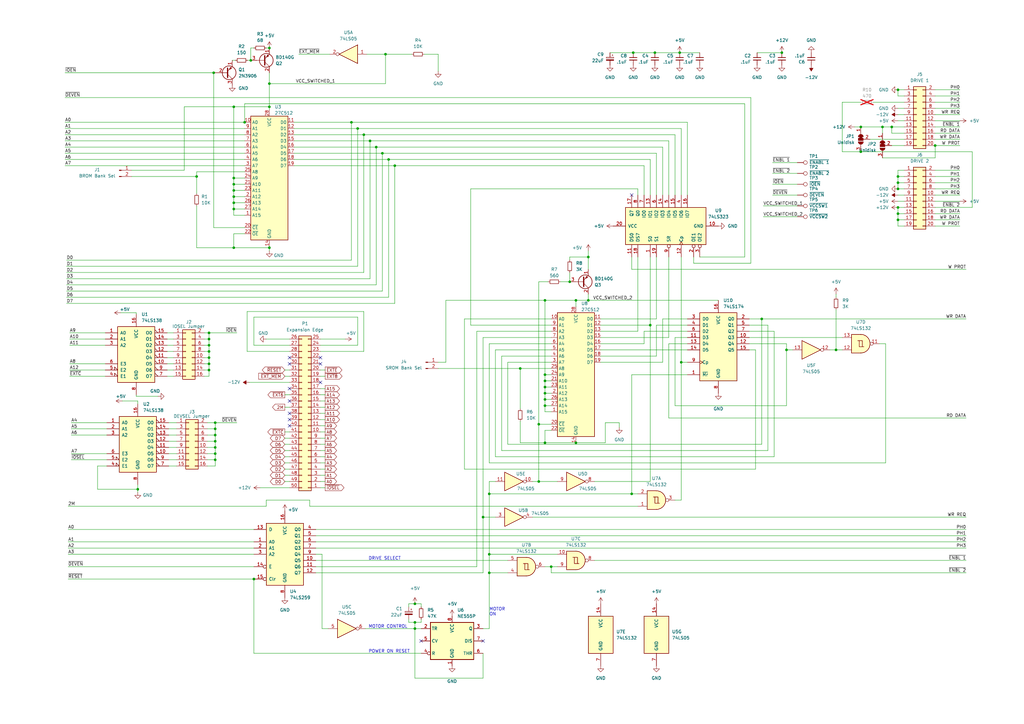
<source format=kicad_sch>
(kicad_sch
	(version 20250114)
	(generator "eeschema")
	(generator_version "9.0")
	(uuid "8d29f76a-632b-4d71-951f-82f85a7a70e9")
	(paper "A3")
	
	(text "DRIVE SELECT"
		(exclude_from_sim no)
		(at 151.13 229.87 0)
		(effects
			(font
				(size 1.27 1.27)
			)
			(justify left bottom)
		)
		(uuid "32096c80-1d98-4ed0-8b17-2c750151b76c")
	)
	(text "MOTOR CONTROL"
		(exclude_from_sim no)
		(at 151.13 257.81 0)
		(effects
			(font
				(size 1.27 1.27)
			)
			(justify left bottom)
		)
		(uuid "b6ef62f4-c465-4c3c-acae-af238f4f26b2")
	)
	(text "POWER ON RESET"
		(exclude_from_sim no)
		(at 151.13 267.97 0)
		(effects
			(font
				(size 1.27 1.27)
			)
			(justify left bottom)
		)
		(uuid "dc85ec82-107c-4516-8ee4-ef92570893f2")
	)
	(text "MOTOR\nON"
		(exclude_from_sim no)
		(at 200.66 252.73 0)
		(effects
			(font
				(size 1.27 1.27)
			)
			(justify left bottom)
		)
		(uuid "f1de4597-caac-4049-8722-f6b4249c5637")
	)
	(junction
		(at 110.49 101.6)
		(diameter 0)
		(color 0 0 0 0)
		(uuid "05c35608-664a-4ca0-a2cf-31b6dd200424")
	)
	(junction
		(at 223.52 156.21)
		(diameter 0)
		(color 0 0 0 0)
		(uuid "0879c555-36d5-4c97-9aed-43411da9ea34")
	)
	(junction
		(at 266.7 133.35)
		(diameter 0)
		(color 0 0 0 0)
		(uuid "0a7b412f-70cb-4bdd-ac90-37c18fe81247")
	)
	(junction
		(at 85.725 149.225)
		(diameter 0)
		(color 0 0 0 0)
		(uuid "15605a0c-cf96-43bb-bf76-4c3d136378e6")
	)
	(junction
		(at 85.725 146.685)
		(diameter 0)
		(color 0 0 0 0)
		(uuid "1d4718a5-778a-4c3f-af8e-520b4e244b5b")
	)
	(junction
		(at 88.265 188.595)
		(diameter 0)
		(color 0 0 0 0)
		(uuid "1e542cfd-ea36-43ee-93f7-7150fc86a6b4")
	)
	(junction
		(at 365.76 52.07)
		(diameter 0)
		(color 0 0 0 0)
		(uuid "1e8fbe2b-8679-4f6a-aaab-41b5049b065b")
	)
	(junction
		(at 383.54 59.69)
		(diameter 0)
		(color 0 0 0 0)
		(uuid "1ea8a149-4aba-4853-bb4c-0394837ed622")
	)
	(junction
		(at 223.52 163.83)
		(diameter 0)
		(color 0 0 0 0)
		(uuid "1f6afc94-5427-44ba-ab5f-f21ca14d71ab")
	)
	(junction
		(at 200.66 227.33)
		(diameter 0)
		(color 0 0 0 0)
		(uuid "21deab9e-fe49-40f1-b271-ad9e3c1158a7")
	)
	(junction
		(at 88.265 173.355)
		(diameter 0)
		(color 0 0 0 0)
		(uuid "24448ccd-4e6b-4297-b1cd-b6b3f34a53d5")
	)
	(junction
		(at 223.52 161.29)
		(diameter 0)
		(color 0 0 0 0)
		(uuid "245bc0dd-2dc9-4f33-9560-45e6c9b400d0")
	)
	(junction
		(at 95.885 78.105)
		(diameter 0)
		(color 0 0 0 0)
		(uuid "25f08a18-5173-49a1-aa77-e63c3fb09d67")
	)
	(junction
		(at 158.115 22.225)
		(diameter 0)
		(color 0 0 0 0)
		(uuid "27b08bf3-8111-4a1b-96e8-87c4fc51cf03")
	)
	(junction
		(at 100.33 50.165)
		(diameter 0)
		(color 0 0 0 0)
		(uuid "28fb8a3f-b729-4ea4-99d2-cd1ac9fbe931")
	)
	(junction
		(at 88.265 183.515)
		(diameter 0)
		(color 0 0 0 0)
		(uuid "2c34ae5a-d1be-4bcf-bebe-ffa670279c84")
	)
	(junction
		(at 241.3 105.41)
		(diameter 0)
		(color 0 0 0 0)
		(uuid "2fbcbfb6-89ff-44c4-b8ab-a14cc42ccb95")
	)
	(junction
		(at 146.685 52.705)
		(diameter 0)
		(color 0 0 0 0)
		(uuid "30f5f225-0a6f-48a9-bb29-175458688e88")
	)
	(junction
		(at 223.52 153.67)
		(diameter 0)
		(color 0 0 0 0)
		(uuid "3b5798c4-1c2c-4a98-b765-79969f2e65cd")
	)
	(junction
		(at 88.265 180.975)
		(diameter 0)
		(color 0 0 0 0)
		(uuid "3cd3a86d-dd12-4db6-88c3-bb7512f569e8")
	)
	(junction
		(at 95.885 85.725)
		(diameter 0)
		(color 0 0 0 0)
		(uuid "3d15289f-6bd0-498d-9a91-a024047ae632")
	)
	(junction
		(at 268.605 21.59)
		(diameter 0)
		(color 0 0 0 0)
		(uuid "3dc49e25-d3e2-497d-bca1-dce6211dd479")
	)
	(junction
		(at 368.3 77.47)
		(diameter 0)
		(color 0 0 0 0)
		(uuid "40c57ef4-872a-4933-bfac-3fad98a7faeb")
	)
	(junction
		(at 95.885 73.025)
		(diameter 0)
		(color 0 0 0 0)
		(uuid "44338e21-f061-4f16-bddc-4b95d1200ff8")
	)
	(junction
		(at 56.515 200.66)
		(diameter 0)
		(color 0 0 0 0)
		(uuid "4474fbc5-95c0-46eb-be76-03f928b7ae21")
	)
	(junction
		(at 320.675 21.59)
		(diameter 0)
		(color 0 0 0 0)
		(uuid "463c12d8-e767-4dd8-97c0-cdb283823d10")
	)
	(junction
		(at 259.08 202.565)
		(diameter 0)
		(color 0 0 0 0)
		(uuid "4d1bf63f-0fa7-41aa-b85c-9f91e7e3a330")
	)
	(junction
		(at 278.765 21.59)
		(diameter 0)
		(color 0 0 0 0)
		(uuid "5050a3d7-cc2e-41dc-a3ff-0ef2e03614ae")
	)
	(junction
		(at 88.265 175.895)
		(diameter 0)
		(color 0 0 0 0)
		(uuid "528db227-f1ec-48a4-84f3-957e6a0e2945")
	)
	(junction
		(at 85.725 141.605)
		(diameter 0)
		(color 0 0 0 0)
		(uuid "567b4917-422e-4da3-896c-e3f1f7b69bc9")
	)
	(junction
		(at 368.3 36.83)
		(diameter 0)
		(color 0 0 0 0)
		(uuid "5d0ce87b-48fa-46aa-8a28-60ec56664695")
	)
	(junction
		(at 88.265 186.055)
		(diameter 0)
		(color 0 0 0 0)
		(uuid "5f72fc10-b556-4014-a2dc-4c1edea61bbb")
	)
	(junction
		(at 220.98 173.99)
		(diameter 0)
		(color 0 0 0 0)
		(uuid "6268f925-3c3e-4c07-8457-e5d0c0f63fae")
	)
	(junction
		(at 154.305 60.325)
		(diameter 0)
		(color 0 0 0 0)
		(uuid "69a5cb29-894a-4088-9123-a45b36745aad")
	)
	(junction
		(at 88.265 178.435)
		(diameter 0)
		(color 0 0 0 0)
		(uuid "6beb30db-72de-42e8-a0d7-1b562182385d")
	)
	(junction
		(at 220.98 197.485)
		(diameter 0)
		(color 0 0 0 0)
		(uuid "6c2f69b3-9b7c-434c-bb20-a6baea35c014")
	)
	(junction
		(at 104.14 237.49)
		(diameter 0)
		(color 0 0 0 0)
		(uuid "73b75c6b-0481-4c40-949d-c5403ad081db")
	)
	(junction
		(at 368.3 74.93)
		(diameter 0)
		(color 0 0 0 0)
		(uuid "786a55f6-f68a-4747-9143-eb9c21ad29f8")
	)
	(junction
		(at 161.925 67.945)
		(diameter 0)
		(color 0 0 0 0)
		(uuid "797db6ae-81a2-4e43-b4a3-1a961e3d2ce2")
	)
	(junction
		(at 151.765 57.785)
		(diameter 0)
		(color 0 0 0 0)
		(uuid "7b51218c-7899-428e-9d5a-d5cbdf48df8f")
	)
	(junction
		(at 159.385 65.405)
		(diameter 0)
		(color 0 0 0 0)
		(uuid "7fbb1f98-7376-4587-9074-f062416820d2")
	)
	(junction
		(at 241.3 123.19)
		(diameter 0)
		(color 0 0 0 0)
		(uuid "813bc9ac-6aff-4f98-8f32-f441000ea493")
	)
	(junction
		(at 233.68 115.57)
		(diameter 0)
		(color 0 0 0 0)
		(uuid "817bd96e-b692-4715-983a-e1dd4ef73bb8")
	)
	(junction
		(at 95.885 83.185)
		(diameter 0)
		(color 0 0 0 0)
		(uuid "82e60a17-5192-47b0-809b-9d2b4e3e2a41")
	)
	(junction
		(at 85.725 136.525)
		(diameter 0)
		(color 0 0 0 0)
		(uuid "83915695-10b4-4375-96ca-404e57c38876")
	)
	(junction
		(at 144.145 50.165)
		(diameter 0)
		(color 0 0 0 0)
		(uuid "84cb6800-fdec-4336-9e0d-692f16a0e20e")
	)
	(junction
		(at 279.4 148.59)
		(diameter 0)
		(color 0 0 0 0)
		(uuid "87a0eb59-2dce-441c-9dd8-c0e92ab69b80")
	)
	(junction
		(at 198.12 212.09)
		(diameter 0)
		(color 0 0 0 0)
		(uuid "8e5d7652-5f57-4b05-a03e-7724a43fa613")
	)
	(junction
		(at 95.885 101.6)
		(diameter 0)
		(color 0 0 0 0)
		(uuid "8f5ebc58-e6f8-4787-8942-a1ec1418d1b7")
	)
	(junction
		(at 322.58 143.51)
		(diameter 0)
		(color 0 0 0 0)
		(uuid "9072744a-3983-4bde-8321-c7b4fbdcaee0")
	)
	(junction
		(at 170.18 257.81)
		(diameter 0)
		(color 0 0 0 0)
		(uuid "94683f4a-bad4-4ca4-aec8-1e76d7911546")
	)
	(junction
		(at 170.18 255.27)
		(diameter 0)
		(color 0 0 0 0)
		(uuid "9689360c-62f4-4ccd-928a-0354a8b12062")
	)
	(junction
		(at 170.18 247.65)
		(diameter 0)
		(color 0 0 0 0)
		(uuid "98f039f2-3a30-409f-8e2f-7f3bd469c43e")
	)
	(junction
		(at 368.3 72.39)
		(diameter 0)
		(color 0 0 0 0)
		(uuid "9a860088-5b1b-4997-b300-ff2cfa89e410")
	)
	(junction
		(at 80.645 72.39)
		(diameter 0)
		(color 0 0 0 0)
		(uuid "9c85b338-410e-4f21-85a1-16cc577a80f6")
	)
	(junction
		(at 223.52 181.61)
		(diameter 0)
		(color 0 0 0 0)
		(uuid "9fe2b187-bc45-4cca-a998-2f56a15f492e")
	)
	(junction
		(at 213.36 151.13)
		(diameter 0)
		(color 0 0 0 0)
		(uuid "a3fd1932-06aa-4647-b2d8-ad94fa969d00")
	)
	(junction
		(at 156.845 62.865)
		(diameter 0)
		(color 0 0 0 0)
		(uuid "a40c354b-9e3f-4183-952c-982ff222b866")
	)
	(junction
		(at 223.52 158.75)
		(diameter 0)
		(color 0 0 0 0)
		(uuid "a55a0779-c230-4e34-bb7b-f0f7788b5802")
	)
	(junction
		(at 110.49 19.685)
		(diameter 0)
		(color 0 0 0 0)
		(uuid "a6ba40bd-718f-4798-b37b-734100ad6413")
	)
	(junction
		(at 85.725 139.065)
		(diameter 0)
		(color 0 0 0 0)
		(uuid "a83d4110-ac2d-4f84-be37-09b66f571eb9")
	)
	(junction
		(at 368.3 87.63)
		(diameter 0)
		(color 0 0 0 0)
		(uuid "a8b53387-bb5e-4160-878a-021b66310ef4")
	)
	(junction
		(at 95.885 80.645)
		(diameter 0)
		(color 0 0 0 0)
		(uuid "a8beffd9-87f8-453c-afce-3b5f62487bd7")
	)
	(junction
		(at 110.49 34.29)
		(diameter 0)
		(color 0 0 0 0)
		(uuid "aa1ed054-f711-417c-8905-992984459449")
	)
	(junction
		(at 87.63 29.845)
		(diameter 0)
		(color 0 0 0 0)
		(uuid "aa8fb7e6-99cf-47d0-8987-dd0143778620")
	)
	(junction
		(at 85.725 151.765)
		(diameter 0)
		(color 0 0 0 0)
		(uuid "b1fa9f39-1a4a-4822-9751-a1f130395fdb")
	)
	(junction
		(at 85.725 144.145)
		(diameter 0)
		(color 0 0 0 0)
		(uuid "b39130d2-2e46-4427-8a0f-d53c56f819d3")
	)
	(junction
		(at 200.66 202.565)
		(diameter 0)
		(color 0 0 0 0)
		(uuid "b3d6d337-68bb-4836-b7fe-89e885bcad7c")
	)
	(junction
		(at 368.3 85.09)
		(diameter 0)
		(color 0 0 0 0)
		(uuid "b6c465a5-bb87-454a-97c7-05467e0dccf6")
	)
	(junction
		(at 102.87 24.765)
		(diameter 0)
		(color 0 0 0 0)
		(uuid "bda0ddc4-ff04-4a03-bd76-4bb2033488ce")
	)
	(junction
		(at 200.66 234.95)
		(diameter 0)
		(color 0 0 0 0)
		(uuid "bf10109e-476a-4edb-af39-68c09c46d515")
	)
	(junction
		(at 149.225 55.245)
		(diameter 0)
		(color 0 0 0 0)
		(uuid "bf139f30-b47c-44ad-b650-ef3c6c14a974")
	)
	(junction
		(at 223.52 166.37)
		(diameter 0)
		(color 0 0 0 0)
		(uuid "cf82bfd1-c322-4834-8111-b1cc12dbb0c1")
	)
	(junction
		(at 353.06 52.07)
		(diameter 0)
		(color 0 0 0 0)
		(uuid "e148e5c5-24ad-4f9f-95ae-ac7f40a64813")
	)
	(junction
		(at 236.22 181.61)
		(diameter 0)
		(color 0 0 0 0)
		(uuid "e1ed6a2a-b089-4042-ae3a-4aafc9c776cd")
	)
	(junction
		(at 342.9 143.51)
		(diameter 0)
		(color 0 0 0 0)
		(uuid "e2416487-9682-4e25-b69e-39b86bcb6212")
	)
	(junction
		(at 223.52 123.19)
		(diameter 0)
		(color 0 0 0 0)
		(uuid "e44c4ffb-887d-4faa-822f-fe542d4a4c90")
	)
	(junction
		(at 236.22 123.19)
		(diameter 0)
		(color 0 0 0 0)
		(uuid "e7b57ddc-28e9-4fe3-beee-f7ac91049199")
	)
	(junction
		(at 368.3 90.17)
		(diameter 0)
		(color 0 0 0 0)
		(uuid "e842378a-2f4b-489f-9cb1-df531ab6638b")
	)
	(junction
		(at 312.42 130.81)
		(diameter 0)
		(color 0 0 0 0)
		(uuid "ec467555-1589-4c66-b85c-290dc8c684e7")
	)
	(junction
		(at 95.885 43.815)
		(diameter 0)
		(color 0 0 0 0)
		(uuid "ec4ee92f-b995-4c82-a511-8424fb0c79b2")
	)
	(junction
		(at 226.06 232.41)
		(diameter 0)
		(color 0 0 0 0)
		(uuid "f7d6edbc-0cf0-400c-bdd8-390463e62a6f")
	)
	(junction
		(at 361.95 52.07)
		(diameter 0)
		(color 0 0 0 0)
		(uuid "f866dbb5-de03-4d6d-a840-f4944249ed73")
	)
	(junction
		(at 95.885 75.565)
		(diameter 0)
		(color 0 0 0 0)
		(uuid "fc92d096-10d0-42f8-9ddf-df80125b38cd")
	)
	(junction
		(at 259.715 21.59)
		(diameter 0)
		(color 0 0 0 0)
		(uuid "fe287263-7782-408f-9055-5294e8efa29c")
	)
	(junction
		(at 353.06 62.23)
		(diameter 0)
		(color 0 0 0 0)
		(uuid "fe2cb73c-c9d3-40ab-a3af-645fc2e660d9")
	)
	(junction
		(at 110.49 43.815)
		(diameter 0)
		(color 0 0 0 0)
		(uuid "fe4b238e-e2ac-4962-9665-41ac3473b4bd")
	)
	(no_connect
		(at 131.445 146.685)
		(uuid "09cb5ca2-f037-4767-bd4d-094c054413ca")
	)
	(no_connect
		(at 118.745 149.225)
		(uuid "0c808b20-1ba0-487f-bde6-631fcdf86992")
	)
	(no_connect
		(at 172.72 262.89)
		(uuid "24ce83df-adc7-49b1-8de5-59140a6a241c")
	)
	(no_connect
		(at 259.08 80.01)
		(uuid "3801ac87-4c62-4d90-bb89-bd02a827a7a2")
	)
	(no_connect
		(at 118.745 172.085)
		(uuid "3df9b39c-f7bd-4e28-98f6-f2a8b555dccf")
	)
	(no_connect
		(at 118.745 169.545)
		(uuid "5ea4b0f4-536a-4279-ac4c-04203f194641")
	)
	(no_connect
		(at 131.445 149.225)
		(uuid "74c89753-aa43-46ac-82d6-f1c8035f7dc9")
	)
	(no_connect
		(at 198.12 262.89)
		(uuid "76bde493-9706-455b-a7ea-a279cace855f")
	)
	(no_connect
		(at 118.745 164.465)
		(uuid "7f40a9b2-6015-430a-bf2e-e9397fb5675f")
	)
	(no_connect
		(at 118.745 146.685)
		(uuid "845f3c28-3ea3-4169-9f2b-9dd6d4e7a7f3")
	)
	(no_connect
		(at 131.445 156.845)
		(uuid "a65c5215-f32e-4281-a70d-d2e04994f325")
	)
	(no_connect
		(at 118.745 174.625)
		(uuid "cc97dbf1-a437-4548-ac8f-50dfd2b59e4a")
	)
	(no_connect
		(at 118.745 159.385)
		(uuid "dfa21c67-ce2b-471f-aa3e-6773bee1e862")
	)
	(wire
		(pts
			(xy 322.58 140.97) (xy 322.58 143.51)
		)
		(stroke
			(width 0)
			(type default)
		)
		(uuid "002fd2d7-be66-4a87-8e49-65dcdd3be486")
	)
	(wire
		(pts
			(xy 248.285 181.61) (xy 248.285 173.355)
		)
		(stroke
			(width 0)
			(type default)
		)
		(uuid "003a73d5-bba8-4f69-b405-e7bae5f6934b")
	)
	(wire
		(pts
			(xy 383.54 64.77) (xy 383.54 59.69)
		)
		(stroke
			(width 0)
			(type default)
		)
		(uuid "005520ab-aa54-434d-95d0-10b1cd21ee1c")
	)
	(wire
		(pts
			(xy 85.725 136.525) (xy 85.725 139.065)
		)
		(stroke
			(width 0)
			(type default)
		)
		(uuid "00a94d22-003f-40ec-845f-c4453633bc53")
	)
	(wire
		(pts
			(xy 56.515 198.755) (xy 56.515 200.66)
		)
		(stroke
			(width 0)
			(type default)
		)
		(uuid "010d2632-ed4a-42a1-88c1-728d0e602dd6")
	)
	(wire
		(pts
			(xy 110.49 102.87) (xy 110.49 101.6)
		)
		(stroke
			(width 0)
			(type default)
		)
		(uuid "0185753a-a588-46cb-9bd2-7d92b7488512")
	)
	(wire
		(pts
			(xy 223.52 161.29) (xy 223.52 163.83)
		)
		(stroke
			(width 0)
			(type default)
		)
		(uuid "01ba4be6-9e75-4304-ab82-859249ee68f2")
	)
	(wire
		(pts
			(xy 193.04 77.47) (xy 193.04 133.35)
		)
		(stroke
			(width 0)
			(type default)
		)
		(uuid "01cfb3cc-45cf-4443-824a-1ca7d2dfc72d")
	)
	(wire
		(pts
			(xy 179.705 151.13) (xy 213.36 151.13)
		)
		(stroke
			(width 0)
			(type default)
		)
		(uuid "01d83745-668f-4543-9cc1-4a77d118a2b3")
	)
	(wire
		(pts
			(xy 170.18 257.81) (xy 172.72 257.81)
		)
		(stroke
			(width 0)
			(type default)
		)
		(uuid "02da0d16-3d12-46a4-9bc8-dac4689f99fc")
	)
	(wire
		(pts
			(xy 28.575 139.065) (xy 43.18 139.065)
		)
		(stroke
			(width 0)
			(type default)
		)
		(uuid "0372d352-2b15-4522-a99d-9b308d4b21f3")
	)
	(wire
		(pts
			(xy 236.22 123.19) (xy 236.22 125.73)
		)
		(stroke
			(width 0)
			(type default)
		)
		(uuid "03d3d3d3-e776-4c5d-a5f8-483f41545fa0")
	)
	(wire
		(pts
			(xy 276.86 55.245) (xy 276.86 80.01)
		)
		(stroke
			(width 0)
			(type default)
		)
		(uuid "040f556c-b731-474e-ba57-fe04d7580ff1")
	)
	(wire
		(pts
			(xy 203.2 187.325) (xy 317.5 187.325)
		)
		(stroke
			(width 0)
			(type default)
		)
		(uuid "0553e7ea-1d50-48ac-ac36-3cd63cd9aeea")
	)
	(wire
		(pts
			(xy 368.3 74.93) (xy 368.3 77.47)
		)
		(stroke
			(width 0)
			(type default)
		)
		(uuid "05fc52a7-2bcc-4649-8376-4c214b84bb97")
	)
	(wire
		(pts
			(xy 327.025 71.12) (xy 316.865 71.12)
		)
		(stroke
			(width 0)
			(type default)
		)
		(uuid "06554c61-3879-42e7-bf14-88ec2b2f2cc4")
	)
	(wire
		(pts
			(xy 83.82 141.605) (xy 85.725 141.605)
		)
		(stroke
			(width 0)
			(type default)
		)
		(uuid "069b6b70-2781-406e-a655-e9752625b982")
	)
	(wire
		(pts
			(xy 104.14 130.048) (xy 104.14 141.605)
		)
		(stroke
			(width 0)
			(type default)
		)
		(uuid "07f2b615-5605-464c-80d8-11014832cdd0")
	)
	(wire
		(pts
			(xy 158.115 34.29) (xy 158.115 22.225)
		)
		(stroke
			(width 0)
			(type default)
		)
		(uuid "07f86f79-4086-4875-8ceb-b9ee61abd8d7")
	)
	(wire
		(pts
			(xy 129.54 229.87) (xy 208.28 229.87)
		)
		(stroke
			(width 0)
			(type default)
		)
		(uuid "07f89384-a348-4bbf-a28a-b33c80b0b3ed")
	)
	(wire
		(pts
			(xy 236.22 181.61) (xy 223.52 181.61)
		)
		(stroke
			(width 0)
			(type default)
		)
		(uuid "0823ec80-9f4f-4636-8f6b-e201415c7393")
	)
	(wire
		(pts
			(xy 383.54 90.17) (xy 393.7 90.17)
		)
		(stroke
			(width 0)
			(type default)
		)
		(uuid "08362519-b1e4-4590-b4b6-c24b3a2cf7bb")
	)
	(wire
		(pts
			(xy 229.87 115.57) (xy 233.68 115.57)
		)
		(stroke
			(width 0)
			(type default)
		)
		(uuid "087f17fb-ff18-4761-b50b-f3e75102182a")
	)
	(wire
		(pts
			(xy 190.5 192.405) (xy 309.88 192.405)
		)
		(stroke
			(width 0)
			(type default)
		)
		(uuid "0a546a50-d10e-4e34-9f3b-20da1ac81caa")
	)
	(wire
		(pts
			(xy 226.06 234.95) (xy 396.24 234.95)
		)
		(stroke
			(width 0)
			(type default)
		)
		(uuid "0ae6ec9f-c2d0-41a1-90f4-0b58ed9f7c02")
	)
	(wire
		(pts
			(xy 120.65 60.325) (xy 154.305 60.325)
		)
		(stroke
			(width 0)
			(type default)
		)
		(uuid "0b9926af-65cd-4ea2-9312-fe7c9913ce8e")
	)
	(wire
		(pts
			(xy 83.82 144.145) (xy 85.725 144.145)
		)
		(stroke
			(width 0)
			(type default)
		)
		(uuid "0be18984-773f-49ef-a1ef-0ae3e40ae114")
	)
	(wire
		(pts
			(xy 172.72 247.65) (xy 172.72 248.92)
		)
		(stroke
			(width 0)
			(type default)
		)
		(uuid "0c5d24ae-baf9-4661-9db5-5926b2ac1d6b")
	)
	(wire
		(pts
			(xy 246.38 133.35) (xy 266.7 133.35)
		)
		(stroke
			(width 0)
			(type default)
		)
		(uuid "0c7cadb5-6da1-4221-83d0-f0170aff118f")
	)
	(wire
		(pts
			(xy 131.445 189.865) (xy 133.35 189.865)
		)
		(stroke
			(width 0)
			(type default)
		)
		(uuid "0cd9d382-dd16-4687-ae20-27db55c4969f")
	)
	(wire
		(pts
			(xy 278.765 21.59) (xy 268.605 21.59)
		)
		(stroke
			(width 0)
			(type default)
		)
		(uuid "0eb99482-694f-4ff1-89fa-58ae1322d661")
	)
	(wire
		(pts
			(xy 95.885 83.185) (xy 95.885 85.725)
		)
		(stroke
			(width 0)
			(type default)
		)
		(uuid "0ee42175-0922-4fb8-8624-c0ef2f28e750")
	)
	(wire
		(pts
			(xy 29.21 178.435) (xy 43.815 178.435)
		)
		(stroke
			(width 0)
			(type default)
		)
		(uuid "0eeabcd7-348c-496c-bf89-9efee8011e76")
	)
	(wire
		(pts
			(xy 75.565 43.815) (xy 75.565 69.85)
		)
		(stroke
			(width 0)
			(type default)
		)
		(uuid "0f6a6bb9-658a-4cc8-aaab-2f8456bff783")
	)
	(wire
		(pts
			(xy 220.98 115.57) (xy 220.98 173.99)
		)
		(stroke
			(width 0)
			(type default)
		)
		(uuid "0fe8bb65-946b-4e9d-a4b7-45277f4d9e4f")
	)
	(wire
		(pts
			(xy 131.445 161.925) (xy 133.35 161.925)
		)
		(stroke
			(width 0)
			(type default)
		)
		(uuid "11530c3b-e92a-4222-8587-26beff227523")
	)
	(wire
		(pts
			(xy 223.52 156.21) (xy 226.06 156.21)
		)
		(stroke
			(width 0)
			(type default)
		)
		(uuid "11aec3cf-6786-4b61-9abd-5102df521d8b")
	)
	(wire
		(pts
			(xy 85.725 149.225) (xy 85.725 151.765)
		)
		(stroke
			(width 0)
			(type default)
		)
		(uuid "11dd4137-c665-4866-85ed-f9fe8e15cd9c")
	)
	(wire
		(pts
			(xy 146.685 130.048) (xy 104.14 130.048)
		)
		(stroke
			(width 0)
			(type default)
		)
		(uuid "12ae0546-56ce-4946-ae78-a3f728f0fec8")
	)
	(wire
		(pts
			(xy 223.52 166.37) (xy 226.06 166.37)
		)
		(stroke
			(width 0)
			(type default)
		)
		(uuid "146549e8-1fcd-4d37-bd27-c60fa48989bf")
	)
	(wire
		(pts
			(xy 129.54 219.71) (xy 396.24 219.71)
		)
		(stroke
			(width 0)
			(type default)
		)
		(uuid "1509c567-c73b-47f2-8d0f-5f03d2c921cd")
	)
	(wire
		(pts
			(xy 101.346 144.145) (xy 118.745 144.145)
		)
		(stroke
			(width 0)
			(type default)
		)
		(uuid "151c7a5c-1632-4466-9a42-660310eb7d64")
	)
	(wire
		(pts
			(xy 116.84 167.005) (xy 118.745 167.005)
		)
		(stroke
			(width 0)
			(type default)
		)
		(uuid "15b9b2c6-c334-4e36-8e4f-94f73fcd7630")
	)
	(wire
		(pts
			(xy 131.445 154.305) (xy 133.35 154.305)
		)
		(stroke
			(width 0)
			(type default)
		)
		(uuid "16401bde-830b-4199-83e6-9779a594a4d2")
	)
	(wire
		(pts
			(xy 116.84 192.405) (xy 118.745 192.405)
		)
		(stroke
			(width 0)
			(type default)
		)
		(uuid "17982d4b-6e11-43bc-b285-ce88a4c766c4")
	)
	(wire
		(pts
			(xy 149.225 55.245) (xy 149.225 111.76)
		)
		(stroke
			(width 0)
			(type default)
		)
		(uuid "188d085c-7dae-4530-bce0-1bd1ae787617")
	)
	(wire
		(pts
			(xy 27.305 109.22) (xy 146.685 109.22)
		)
		(stroke
			(width 0)
			(type default)
		)
		(uuid "18bb29e6-bd56-4695-9c90-9d4b55326793")
	)
	(wire
		(pts
			(xy 95.885 80.645) (xy 100.33 80.645)
		)
		(stroke
			(width 0)
			(type default)
		)
		(uuid "18cd97b8-567e-461a-a569-6d9b12001701")
	)
	(wire
		(pts
			(xy 161.925 67.945) (xy 161.925 124.46)
		)
		(stroke
			(width 0)
			(type default)
		)
		(uuid "19500551-9ab5-4760-9805-a118fda9c985")
	)
	(wire
		(pts
			(xy 305.435 105.41) (xy 287.02 105.41)
		)
		(stroke
			(width 0)
			(type default)
		)
		(uuid "1b90a748-4469-4403-b368-76126115304b")
	)
	(wire
		(pts
			(xy 131.445 187.325) (xy 133.35 187.325)
		)
		(stroke
			(width 0)
			(type default)
		)
		(uuid "1bdb2ec4-0b54-486d-ab8a-3a3cf73fc46f")
	)
	(wire
		(pts
			(xy 383.54 87.63) (xy 393.7 87.63)
		)
		(stroke
			(width 0)
			(type default)
		)
		(uuid "1be80b5c-5e71-4a4a-961c-b34579570a79")
	)
	(wire
		(pts
			(xy 144.145 50.165) (xy 281.94 50.165)
		)
		(stroke
			(width 0)
			(type default)
		)
		(uuid "1c9db634-753f-4221-a5bc-7ad4208eb554")
	)
	(wire
		(pts
			(xy 129.54 224.79) (xy 396.24 224.79)
		)
		(stroke
			(width 0)
			(type default)
		)
		(uuid "1cab1c13-e5e2-44d6-8611-199df41cc51a")
	)
	(wire
		(pts
			(xy 223.52 161.29) (xy 226.06 161.29)
		)
		(stroke
			(width 0)
			(type default)
		)
		(uuid "1cb61f41-3d1c-4dff-9479-62fab2287e26")
	)
	(wire
		(pts
			(xy 383.54 77.47) (xy 393.7 77.47)
		)
		(stroke
			(width 0)
			(type default)
		)
		(uuid "1d496e3c-d9a8-486f-a410-c99bf08bd807")
	)
	(wire
		(pts
			(xy 361.95 52.07) (xy 365.76 52.07)
		)
		(stroke
			(width 0)
			(type default)
		)
		(uuid "1dda161e-260d-4726-85f3-e91e571d654a")
	)
	(wire
		(pts
			(xy 198.12 138.43) (xy 198.12 212.09)
		)
		(stroke
			(width 0)
			(type default)
		)
		(uuid "1e9b3331-6e4c-425f-bd5b-40abfe37006d")
	)
	(wire
		(pts
			(xy 159.385 65.405) (xy 159.385 121.92)
		)
		(stroke
			(width 0)
			(type default)
		)
		(uuid "1eb92119-727b-45ae-afe1-c32360d66c60")
	)
	(wire
		(pts
			(xy 213.36 172.72) (xy 213.36 181.61)
		)
		(stroke
			(width 0)
			(type default)
		)
		(uuid "1f047f7a-4f58-483c-a838-16e33a170444")
	)
	(wire
		(pts
			(xy 236.22 123.19) (xy 241.3 123.19)
		)
		(stroke
			(width 0)
			(type default)
		)
		(uuid "1f822886-b150-4786-b463-4be39e03903a")
	)
	(wire
		(pts
			(xy 383.54 85.09) (xy 398.78 85.09)
		)
		(stroke
			(width 0)
			(type default)
		)
		(uuid "1fe2f8af-ca13-49d2-b540-1d676020e7bd")
	)
	(wire
		(pts
			(xy 149.225 144.145) (xy 149.225 127.762)
		)
		(stroke
			(width 0)
			(type default)
		)
		(uuid "203d27a7-ebba-4d12-badd-bc5fc73a868a")
	)
	(wire
		(pts
			(xy 95.885 101.6) (xy 80.645 101.6)
		)
		(stroke
			(width 0)
			(type default)
		)
		(uuid "204e05df-26b4-4276-bf7a-8eea107c2c98")
	)
	(wire
		(pts
			(xy 146.685 52.705) (xy 279.4 52.705)
		)
		(stroke
			(width 0)
			(type default)
		)
		(uuid "206dcf71-bf16-4891-9f5e-88ec4e245610")
	)
	(wire
		(pts
			(xy 320.675 21.59) (xy 310.515 21.59)
		)
		(stroke
			(width 0)
			(type default)
		)
		(uuid "20b6a1e8-b9fb-42eb-aebb-c1936f2291ce")
	)
	(wire
		(pts
			(xy 68.58 146.685) (xy 71.12 146.685)
		)
		(stroke
			(width 0)
			(type default)
		)
		(uuid "226991fb-ca2b-48ff-8520-0a29fe7d9306")
	)
	(wire
		(pts
			(xy 350.52 52.07) (xy 353.06 52.07)
		)
		(stroke
			(width 0)
			(type default)
		)
		(uuid "22875feb-91b0-472b-8b00-e74ac9893d1e")
	)
	(wire
		(pts
			(xy 269.24 62.865) (xy 269.24 80.01)
		)
		(stroke
			(width 0)
			(type default)
		)
		(uuid "2375a23b-508c-4bd3-8e4f-5aebe6b07800")
	)
	(wire
		(pts
			(xy 80.645 72.39) (xy 80.645 70.485)
		)
		(stroke
			(width 0)
			(type default)
		)
		(uuid "23955a25-f4da-497a-b473-c0e5f5f270aa")
	)
	(wire
		(pts
			(xy 182.88 123.19) (xy 182.88 148.59)
		)
		(stroke
			(width 0)
			(type default)
		)
		(uuid "2398833d-04b7-452d-ba6b-d7e4fe02f403")
	)
	(wire
		(pts
			(xy 274.32 105.41) (xy 274.32 138.43)
		)
		(stroke
			(width 0)
			(type default)
		)
		(uuid "23cc4ae3-9b03-40bb-82e0-23fc4d40ea5f")
	)
	(wire
		(pts
			(xy 29.21 173.355) (xy 43.815 173.355)
		)
		(stroke
			(width 0)
			(type default)
		)
		(uuid "23d03d7f-3fa3-4262-94ef-c7d67723f473")
	)
	(wire
		(pts
			(xy 363.22 189.865) (xy 363.22 140.97)
		)
		(stroke
			(width 0)
			(type default)
		)
		(uuid "24bfe3c6-60e2-4a78-bb62-924392218143")
	)
	(wire
		(pts
			(xy 131.445 179.705) (xy 133.35 179.705)
		)
		(stroke
			(width 0)
			(type default)
		)
		(uuid "25d35aca-2b44-482d-a9c6-cd18913cbaf2")
	)
	(wire
		(pts
			(xy 317.5 187.325) (xy 317.5 135.89)
		)
		(stroke
			(width 0)
			(type default)
		)
		(uuid "26bfe3d7-2568-4e2f-8999-9e95f79e347d")
	)
	(wire
		(pts
			(xy 85.09 173.355) (xy 88.265 173.355)
		)
		(stroke
			(width 0)
			(type default)
		)
		(uuid "27b53377-6b90-493b-b895-b0fcefdc409c")
	)
	(wire
		(pts
			(xy 55.88 162.56) (xy 55.88 161.925)
		)
		(stroke
			(width 0)
			(type default)
		)
		(uuid "285627d0-acc1-4cd2-89a3-1af34c724ae4")
	)
	(wire
		(pts
			(xy 259.715 21.59) (xy 268.605 21.59)
		)
		(stroke
			(width 0)
			(type default)
		)
		(uuid "28ee4499-e07b-43fb-bdd3-59c6b0292bd3")
	)
	(wire
		(pts
			(xy 27.94 207.645) (xy 109.22 207.645)
		)
		(stroke
			(width 0)
			(type default)
		)
		(uuid "29c06ac6-9c42-4ff5-bb25-48d0c8388580")
	)
	(wire
		(pts
			(xy 170.18 278.13) (xy 170.18 257.81)
		)
		(stroke
			(width 0)
			(type default)
		)
		(uuid "2a298268-8c25-4a45-ac9c-e4dea7c4f57f")
	)
	(wire
		(pts
			(xy 100.33 42.545) (xy 100.33 50.165)
		)
		(stroke
			(width 0)
			(type default)
		)
		(uuid "2a2a7cf9-e7e9-47ed-92d0-ed0421f9cb4d")
	)
	(wire
		(pts
			(xy 131.445 174.625) (xy 133.35 174.625)
		)
		(stroke
			(width 0)
			(type default)
		)
		(uuid "2ab04268-d2c1-443d-9da8-f95d2b922db2")
	)
	(wire
		(pts
			(xy 53.975 72.39) (xy 80.645 72.39)
		)
		(stroke
			(width 0)
			(type default)
		)
		(uuid "2b5a2f12-d2ee-4114-84b5-06e37c3a525f")
	)
	(wire
		(pts
			(xy 342.9 127) (xy 342.9 143.51)
		)
		(stroke
			(width 0)
			(type default)
		)
		(uuid "2ba5ec4f-a8db-4682-b3f7-54096fceba9a")
	)
	(wire
		(pts
			(xy 243.84 197.485) (xy 266.7 197.485)
		)
		(stroke
			(width 0)
			(type default)
		)
		(uuid "2c16da2e-69d4-4190-802f-fbd3cd59c96a")
	)
	(wire
		(pts
			(xy 129.54 234.95) (xy 198.12 234.95)
		)
		(stroke
			(width 0)
			(type default)
		)
		(uuid "2c8f55da-067b-4d3b-820e-5c0a11e5c7ab")
	)
	(wire
		(pts
			(xy 266.7 65.405) (xy 266.7 80.01)
		)
		(stroke
			(width 0)
			(type default)
		)
		(uuid "2c9b0c63-46b3-42f9-8c9e-6a34c099e00c")
	)
	(wire
		(pts
			(xy 190.5 130.81) (xy 226.06 130.81)
		)
		(stroke
			(width 0)
			(type default)
		)
		(uuid "2c9b1e05-123b-4754-adb2-bc98e3bb0e97")
	)
	(wire
		(pts
			(xy 27.305 106.68) (xy 144.145 106.68)
		)
		(stroke
			(width 0)
			(type default)
		)
		(uuid "2cbe804e-fa9f-40b7-8273-4e50a6d4c6f4")
	)
	(wire
		(pts
			(xy 27.305 111.76) (xy 149.225 111.76)
		)
		(stroke
			(width 0)
			(type default)
		)
		(uuid "2cc0634a-2688-4834-ae28-e2595dafd825")
	)
	(wire
		(pts
			(xy 200.66 227.33) (xy 200.66 234.95)
		)
		(stroke
			(width 0)
			(type default)
		)
		(uuid "2cc630b5-2500-4fa2-886f-ccf6a7ba2fa0")
	)
	(wire
		(pts
			(xy 102.87 19.685) (xy 104.14 19.685)
		)
		(stroke
			(width 0)
			(type default)
		)
		(uuid "2d232f74-4aba-4ea5-94ec-b0a706ad1466")
	)
	(wire
		(pts
			(xy 95.885 83.185) (xy 100.33 83.185)
		)
		(stroke
			(width 0)
			(type default)
		)
		(uuid "2d35af53-f4dc-4d5f-894d-cb4d07b6d7c6")
	)
	(wire
		(pts
			(xy 83.82 154.305) (xy 85.725 154.305)
		)
		(stroke
			(width 0)
			(type default)
		)
		(uuid "2e1afdfd-04a4-4a81-86fa-5d91ad3a5d78")
	)
	(wire
		(pts
			(xy 116.84 182.245) (xy 118.745 182.245)
		)
		(stroke
			(width 0)
			(type default)
		)
		(uuid "2f250031-cd09-4dcd-a85f-5ef9ad5a6c05")
	)
	(wire
		(pts
			(xy 383.54 41.91) (xy 393.7 41.91)
		)
		(stroke
			(width 0)
			(type default)
		)
		(uuid "2f6019e0-a517-4718-a181-073367eb84ab")
	)
	(wire
		(pts
			(xy 200.66 140.97) (xy 200.66 189.865)
		)
		(stroke
			(width 0)
			(type default)
		)
		(uuid "2fb296b0-6096-4c7a-85c9-e6a15a41ef1a")
	)
	(wire
		(pts
			(xy 95.885 75.565) (xy 95.885 78.105)
		)
		(stroke
			(width 0)
			(type default)
		)
		(uuid "30403b14-9def-435c-bd6f-a85844ce71df")
	)
	(wire
		(pts
			(xy 27.305 124.46) (xy 161.925 124.46)
		)
		(stroke
			(width 0)
			(type default)
		)
		(uuid "30d6aadb-d508-4cae-a200-774e606bbfa1")
	)
	(wire
		(pts
			(xy 261.62 105.41) (xy 261.62 135.89)
		)
		(stroke
			(width 0)
			(type default)
		)
		(uuid "31d27f1b-b8bd-4e3f-b671-71b0b22ff6ff")
	)
	(wire
		(pts
			(xy 28.575 136.525) (xy 43.18 136.525)
		)
		(stroke
			(width 0)
			(type default)
		)
		(uuid "32ebe881-783b-4267-a979-85a0df767077")
	)
	(wire
		(pts
			(xy 200.66 189.865) (xy 363.22 189.865)
		)
		(stroke
			(width 0)
			(type default)
		)
		(uuid "34df1aa3-641f-4d1c-aae0-195b7c53ff43")
	)
	(wire
		(pts
			(xy 307.34 135.89) (xy 317.5 135.89)
		)
		(stroke
			(width 0)
			(type default)
		)
		(uuid "353ea4d8-3abc-48c0-990c-e9d2b9121467")
	)
	(wire
		(pts
			(xy 281.94 50.165) (xy 281.94 80.01)
		)
		(stroke
			(width 0)
			(type default)
		)
		(uuid "355d96a7-b863-431a-a668-481b97175e85")
	)
	(wire
		(pts
			(xy 131.445 192.405) (xy 133.35 192.405)
		)
		(stroke
			(width 0)
			(type default)
		)
		(uuid "35ee101e-87d7-4b57-ab93-1eb6551f657b")
	)
	(wire
		(pts
			(xy 80.645 84.455) (xy 80.645 101.6)
		)
		(stroke
			(width 0)
			(type default)
		)
		(uuid "3602f1c3-a297-477e-8d41-723debe510c7")
	)
	(wire
		(pts
			(xy 131.445 200.025) (xy 133.35 200.025)
		)
		(stroke
			(width 0)
			(type default)
		)
		(uuid "36320a72-48da-4e36-8f3e-297e7299917f")
	)
	(wire
		(pts
			(xy 27.94 217.17) (xy 104.14 217.17)
		)
		(stroke
			(width 0)
			(type default)
		)
		(uuid "369901b2-1923-434e-a616-68211a0c0ce3")
	)
	(wire
		(pts
			(xy 342.9 120.65) (xy 342.9 121.92)
		)
		(stroke
			(width 0)
			(type default)
		)
		(uuid "39504826-2165-4a11-aa9c-8dbb2537af7f")
	)
	(wire
		(pts
			(xy 49.53 128.27) (xy 55.88 128.27)
		)
		(stroke
			(width 0)
			(type default)
		)
		(uuid "3ab9f7fa-bb85-4bd9-a0b9-1a628caa4860")
	)
	(wire
		(pts
			(xy 167.64 247.65) (xy 170.18 247.65)
		)
		(stroke
			(width 0)
			(type default)
		)
		(uuid "3d57f0a0-b1c2-4787-ae65-480f4bd3f77f")
	)
	(wire
		(pts
			(xy 368.3 69.85) (xy 368.3 72.39)
		)
		(stroke
			(width 0)
			(type default)
		)
		(uuid "3d95c92d-78c7-41b6-8e43-8b3d8ab38152")
	)
	(wire
		(pts
			(xy 233.68 105.41) (xy 233.68 106.68)
		)
		(stroke
			(width 0)
			(type default)
		)
		(uuid "3e58532a-5de3-4226-849a-886c6d81e971")
	)
	(wire
		(pts
			(xy 383.54 52.07) (xy 393.7 52.07)
		)
		(stroke
			(width 0)
			(type default)
		)
		(uuid "3ec79136-0629-45f8-b356-c72f40a2e69d")
	)
	(wire
		(pts
			(xy 218.44 197.485) (xy 220.98 197.485)
		)
		(stroke
			(width 0)
			(type default)
		)
		(uuid "3ef97970-f9aa-4dc6-890a-33e0c998d573")
	)
	(wire
		(pts
			(xy 243.84 229.87) (xy 396.24 229.87)
		)
		(stroke
			(width 0)
			(type default)
		)
		(uuid "3f141edf-b1b7-4c25-823b-bfa03f422569")
	)
	(wire
		(pts
			(xy 259.08 202.565) (xy 261.62 202.565)
		)
		(stroke
			(width 0)
			(type default)
		)
		(uuid "3fa16c28-6be2-4e36-9bc7-2cd17d08b4ad")
	)
	(wire
		(pts
			(xy 95.885 85.725) (xy 95.885 88.265)
		)
		(stroke
			(width 0)
			(type default)
		)
		(uuid "3facc87a-ce1e-47ac-b4be-1cdec47aa07f")
	)
	(wire
		(pts
			(xy 383.54 44.45) (xy 393.7 44.45)
		)
		(stroke
			(width 0)
			(type default)
		)
		(uuid "3feed079-8bc6-4d67-ab7d-8e4a65739e53")
	)
	(wire
		(pts
			(xy 43.815 191.135) (xy 40.005 191.135)
		)
		(stroke
			(width 0)
			(type default)
		)
		(uuid "3fff86d1-0215-40f2-b4f5-1d9d13e46f2d")
	)
	(wire
		(pts
			(xy 26.67 62.865) (xy 100.33 62.865)
		)
		(stroke
			(width 0)
			(type default)
		)
		(uuid "4019359a-3bb6-4c73-be9d-69368d44296d")
	)
	(wire
		(pts
			(xy 363.22 140.97) (xy 360.68 140.97)
		)
		(stroke
			(width 0)
			(type default)
		)
		(uuid "4073090a-4063-48ca-bfd0-7b0959a55051")
	)
	(wire
		(pts
			(xy 261.62 77.47) (xy 261.62 80.01)
		)
		(stroke
			(width 0)
			(type default)
		)
		(uuid "40a91ace-baf0-4028-b422-59ec3ca66b70")
	)
	(wire
		(pts
			(xy 223.52 123.19) (xy 236.22 123.19)
		)
		(stroke
			(width 0)
			(type default)
		)
		(uuid "40b37fdc-49cf-470d-801c-1a777e9b0e0e")
	)
	(wire
		(pts
			(xy 327.025 75.565) (xy 316.865 75.565)
		)
		(stroke
			(width 0)
			(type default)
		)
		(uuid "410561d1-7435-4b5b-8dfb-088b001c6fe5")
	)
	(wire
		(pts
			(xy 368.3 49.53) (xy 370.84 49.53)
		)
		(stroke
			(width 0)
			(type default)
		)
		(uuid "41060587-c2d8-4e8f-a01c-928ff4b0ca66")
	)
	(wire
		(pts
			(xy 208.28 148.59) (xy 226.06 148.59)
		)
		(stroke
			(width 0)
			(type default)
		)
		(uuid "413955d3-54ef-4cef-a747-15446cda4e53")
	)
	(wire
		(pts
			(xy 156.845 62.865) (xy 156.845 119.38)
		)
		(stroke
			(width 0)
			(type default)
		)
		(uuid "42282eba-76d3-4680-9acd-29a7910d6f92")
	)
	(wire
		(pts
			(xy 85.09 188.595) (xy 88.265 188.595)
		)
		(stroke
			(width 0)
			(type default)
		)
		(uuid "43c33852-1f67-4bb5-9440-75bf4abec522")
	)
	(wire
		(pts
			(xy 223.52 181.61) (xy 223.52 176.53)
		)
		(stroke
			(width 0)
			(type default)
		)
		(uuid "44c039d4-f085-49cd-a110-1f3238b09e54")
	)
	(wire
		(pts
			(xy 220.98 173.99) (xy 226.06 173.99)
		)
		(stroke
			(width 0)
			(type default)
		)
		(uuid "460ddc7c-014e-454b-a96a-299dbf13db24")
	)
	(wire
		(pts
			(xy 226.06 135.89) (xy 195.58 135.89)
		)
		(stroke
			(width 0)
			(type default)
		)
		(uuid "465934ab-66ff-47fc-819e-58114d99ea9d")
	)
	(wire
		(pts
			(xy 28.575 141.605) (xy 43.18 141.605)
		)
		(stroke
			(width 0)
			(type default)
		)
		(uuid "490d48b1-f053-4697-8c4f-7354f1c4942b")
	)
	(wire
		(pts
			(xy 200.66 227.33) (xy 228.6 227.33)
		)
		(stroke
			(width 0)
			(type default)
		)
		(uuid "49bb305e-3022-453e-9d2d-8ba74eb866d4")
	)
	(wire
		(pts
			(xy 120.65 65.405) (xy 159.385 65.405)
		)
		(stroke
			(width 0)
			(type default)
		)
		(uuid "4a7a3df5-faa0-4584-a24d-1e962d801590")
	)
	(wire
		(pts
			(xy 246.38 138.43) (xy 274.32 138.43)
		)
		(stroke
			(width 0)
			(type default)
		)
		(uuid "4b585418-42cb-4130-9dc1-e19780fdbeff")
	)
	(wire
		(pts
			(xy 40.005 200.66) (xy 56.515 200.66)
		)
		(stroke
			(width 0)
			(type default)
		)
		(uuid "4b72144a-2762-4bc0-934e-9ff21d760d4b")
	)
	(wire
		(pts
			(xy 95.885 80.645) (xy 95.885 83.185)
		)
		(stroke
			(width 0)
			(type default)
		)
		(uuid "4c009b05-d5d4-4d36-a889-932f5925874e")
	)
	(wire
		(pts
			(xy 88.265 173.355) (xy 97.155 173.355)
		)
		(stroke
			(width 0)
			(type default)
		)
		(uuid "4c01b922-5572-40b4-9187-797f37f98304")
	)
	(wire
		(pts
			(xy 95.885 73.025) (xy 95.885 75.565)
		)
		(stroke
			(width 0)
			(type default)
		)
		(uuid "4c132c6d-df46-42cf-b45e-6aa46e7d1930")
	)
	(wire
		(pts
			(xy 27.305 114.3) (xy 151.765 114.3)
		)
		(stroke
			(width 0)
			(type default)
		)
		(uuid "4c9736e0-4d2a-48e6-a968-290a0d85c195")
	)
	(wire
		(pts
			(xy 69.215 186.055) (xy 72.39 186.055)
		)
		(stroke
			(width 0)
			(type default)
		)
		(uuid "4d65ab1b-aa46-4fa7-8dbc-568fab631322")
	)
	(wire
		(pts
			(xy 50.165 164.465) (xy 56.515 164.465)
		)
		(stroke
			(width 0)
			(type default)
		)
		(uuid "4df0addc-455f-4f25-a987-a8f3268a0193")
	)
	(wire
		(pts
			(xy 368.3 77.47) (xy 370.84 77.47)
		)
		(stroke
			(width 0)
			(type default)
		)
		(uuid "4e3b2be0-5f48-44a9-8d85-58e214a78b0e")
	)
	(wire
		(pts
			(xy 223.52 158.75) (xy 226.06 158.75)
		)
		(stroke
			(width 0)
			(type default)
		)
		(uuid "4e85e04f-c582-42d8-ac91-957e0b4f6fc9")
	)
	(wire
		(pts
			(xy 144.145 50.165) (xy 144.145 106.68)
		)
		(stroke
			(width 0)
			(type default)
		)
		(uuid "4ebd9146-8c37-4161-8f9d-34a263571f42")
	)
	(wire
		(pts
			(xy 274.32 140.97) (xy 281.94 140.97)
		)
		(stroke
			(width 0)
			(type default)
		)
		(uuid "4f19f767-46f5-4d76-b736-68466d9c93a0")
	)
	(wire
		(pts
			(xy 116.84 177.165) (xy 118.745 177.165)
		)
		(stroke
			(width 0)
			(type default)
		)
		(uuid "4faa7985-0186-4e99-b44b-c38c9bbb3ee9")
	)
	(wire
		(pts
			(xy 110.49 34.29) (xy 110.49 43.815)
		)
		(stroke
			(width 0)
			(type default)
		)
		(uuid "5002dc41-5ba7-4a17-8ea3-dc67333ed9cb")
	)
	(wire
		(pts
			(xy 85.09 178.435) (xy 88.265 178.435)
		)
		(stroke
			(width 0)
			(type default)
		)
		(uuid "503ed22f-e666-4adf-a7f5-9aec028d4ff9")
	)
	(wire
		(pts
			(xy 116.84 184.785) (xy 118.745 184.785)
		)
		(stroke
			(width 0)
			(type default)
		)
		(uuid "50614a38-6480-4f87-98cc-9f11de71a2bd")
	)
	(wire
		(pts
			(xy 340.36 143.51) (xy 342.9 143.51)
		)
		(stroke
			(width 0)
			(type default)
		)
		(uuid "50e1d9c1-0b2c-43f6-be44-fc8565473599")
	)
	(wire
		(pts
			(xy 198.12 212.09) (xy 198.12 234.95)
		)
		(stroke
			(width 0)
			(type default)
		)
		(uuid "50e1f7d1-0fd4-4c45-b068-56d850b41a9e")
	)
	(wire
		(pts
			(xy 200.66 202.565) (xy 200.66 197.485)
		)
		(stroke
			(width 0)
			(type default)
		)
		(uuid "512e8485-4cef-4269-bb7d-4a192cf0d938")
	)
	(wire
		(pts
			(xy 56.515 164.465) (xy 56.515 165.735)
		)
		(stroke
			(width 0)
			(type default)
		)
		(uuid "52a80e8c-362d-4971-8190-c9279682555a")
	)
	(wire
		(pts
			(xy 309.88 192.405) (xy 309.88 143.51)
		)
		(stroke
			(width 0)
			(type default)
		)
		(uuid "52c4c782-599c-47c8-8692-355a1340da56")
	)
	(wire
		(pts
			(xy 122.555 22.225) (xy 135.255 22.225)
		)
		(stroke
			(width 0)
			(type default)
		)
		(uuid "531236f9-7668-4b77-9f03-d5c4d0bfea5c")
	)
	(wire
		(pts
			(xy 223.52 181.61) (xy 213.36 181.61)
		)
		(stroke
			(width 0)
			(type default)
		)
		(uuid "535fccec-51aa-4520-b36e-59c7ee1b6f23")
	)
	(wire
		(pts
			(xy 27.94 227.33) (xy 104.14 227.33)
		)
		(stroke
			(width 0)
			(type default)
		)
		(uuid "53d1f588-c076-4cf6-a0aa-99ccd45081d7")
	)
	(wire
		(pts
			(xy 246.38 146.05) (xy 269.24 146.05)
		)
		(stroke
			(width 0)
			(type default)
		)
		(uuid "5444680e-3db0-4d28-9e9e-ddc4f2e05e4b")
	)
	(wire
		(pts
			(xy 88.265 178.435) (xy 88.265 180.975)
		)
		(stroke
			(width 0)
			(type default)
		)
		(uuid "54cfca36-43de-4be1-9110-5a609a5e4daf")
	)
	(wire
		(pts
			(xy 85.725 151.765) (xy 85.725 154.305)
		)
		(stroke
			(width 0)
			(type default)
		)
		(uuid "5521a20e-1acd-4a1a-8221-1795308ad995")
	)
	(wire
		(pts
			(xy 365.76 52.07) (xy 365.76 54.61)
		)
		(stroke
			(width 0)
			(type default)
		)
		(uuid "5563d8bf-1470-4b92-a420-4249dcae6f17")
	)
	(wire
		(pts
			(xy 131.445 197.485) (xy 133.35 197.485)
		)
		(stroke
			(width 0)
			(type default)
		)
		(uuid "568e7785-c5b9-4059-9643-5fbc6eaade3b")
	)
	(wire
		(pts
			(xy 368.3 44.45) (xy 370.84 44.45)
		)
		(stroke
			(width 0)
			(type default)
		)
		(uuid "56c51746-5d0b-43ff-824b-4c02fc625d1c")
	)
	(wire
		(pts
			(xy 170.18 255.27) (xy 172.72 255.27)
		)
		(stroke
			(width 0)
			(type default)
		)
		(uuid "57550ad2-7b70-4e60-9988-53f3dbe919d7")
	)
	(wire
		(pts
			(xy 28.575 151.765) (xy 43.18 151.765)
		)
		(stroke
			(width 0)
			(type default)
		)
		(uuid "592a6608-e914-455a-a672-a13f5e90cb0d")
	)
	(wire
		(pts
			(xy 68.58 151.765) (xy 71.12 151.765)
		)
		(stroke
			(width 0)
			(type default)
		)
		(uuid "59dea561-016d-4e73-9c04-c1a37a062f05")
	)
	(wire
		(pts
			(xy 368.3 39.37) (xy 370.84 39.37)
		)
		(stroke
			(width 0)
			(type default)
		)
		(uuid "5a259f74-2fa2-4498-9832-b175b5400063")
	)
	(wire
		(pts
			(xy 80.645 72.39) (xy 80.645 79.375)
		)
		(stroke
			(width 0)
			(type default)
		)
		(uuid "5af7d0e5-cbc6-4384-b087-0a78dd8125f7")
	)
	(wire
		(pts
			(xy 383.54 46.99) (xy 393.7 46.99)
		)
		(stroke
			(width 0)
			(type default)
		)
		(uuid "5b20494b-0fcf-4409-8ba6-c96cf6b21d5e")
	)
	(wire
		(pts
			(xy 158.115 22.225) (xy 150.495 22.225)
		)
		(stroke
			(width 0)
			(type default)
		)
		(uuid "5b3c61c9-2edb-44af-9441-953b07ab07c4")
	)
	(wire
		(pts
			(xy 87.63 93.345) (xy 100.33 93.345)
		)
		(stroke
			(width 0)
			(type default)
		)
		(uuid "5bb0d7c5-9833-4605-b52e-cd0933e65ac4")
	)
	(wire
		(pts
			(xy 85.725 146.685) (xy 85.725 149.225)
		)
		(stroke
			(width 0)
			(type default)
		)
		(uuid "5bc9692a-e685-43d2-b030-bbd0f4ad634d")
	)
	(wire
		(pts
			(xy 233.68 111.76) (xy 233.68 115.57)
		)
		(stroke
			(width 0)
			(type default)
		)
		(uuid "5d272202-45fc-4f84-abd3-39c9f087f9c2")
	)
	(wire
		(pts
			(xy 264.16 67.945) (xy 264.16 80.01)
		)
		(stroke
			(width 0)
			(type default)
		)
		(uuid "5da1f741-3441-4c09-972f-8261284e4d4f")
	)
	(wire
		(pts
			(xy 85.725 139.065) (xy 85.725 141.605)
		)
		(stroke
			(width 0)
			(type default)
		)
		(uuid "5dc602c9-3d59-4931-b97c-a77b51501d9e")
	)
	(wire
		(pts
			(xy 101.346 127.762) (xy 101.346 144.145)
		)
		(stroke
			(width 0)
			(type default)
		)
		(uuid "5dc6b905-8c81-4f61-a027-da94067e26a0")
	)
	(wire
		(pts
			(xy 53.975 69.85) (xy 75.565 69.85)
		)
		(stroke
			(width 0)
			(type default)
		)
		(uuid "5e2ba40c-b879-4ba0-bdee-b5a643fd4a62")
	)
	(wire
		(pts
			(xy 85.725 136.525) (xy 97.155 136.525)
		)
		(stroke
			(width 0)
			(type default)
		)
		(uuid "5eda04ce-4a71-4892-a48a-83b1daa96ccf")
	)
	(wire
		(pts
			(xy 312.42 130.81) (xy 396.24 130.81)
		)
		(stroke
			(width 0)
			(type default)
		)
		(uuid "5f3d0579-e99b-46d6-b529-1e2ecd7da16b")
	)
	(wire
		(pts
			(xy 200.66 234.95) (xy 208.28 234.95)
		)
		(stroke
			(width 0)
			(type default)
		)
		(uuid "5f9cb16f-2a06-4058-9105-05fa62a2b3e7")
	)
	(wire
		(pts
			(xy 223.52 163.83) (xy 223.52 166.37)
		)
		(stroke
			(width 0)
			(type default)
		)
		(uuid "6003d2c5-c686-448e-88b5-b453bc895e44")
	)
	(wire
		(pts
			(xy 314.96 133.35) (xy 314.96 184.785)
		)
		(stroke
			(width 0)
			(type default)
		)
		(uuid "60124244-6f42-48b6-b35c-06915722a0ff")
	)
	(wire
		(pts
			(xy 120.65 67.945) (xy 161.925 67.945)
		)
		(stroke
			(width 0)
			(type default)
		)
		(uuid "60449197-1657-48b3-a33f-52ed6c48cf19")
	)
	(wire
		(pts
			(xy 27.94 224.79) (xy 104.14 224.79)
		)
		(stroke
			(width 0)
			(type default)
		)
		(uuid "63117653-02fa-45a4-85fc-9692018b8f27")
	)
	(wire
		(pts
			(xy 398.78 62.23) (xy 353.06 62.23)
		)
		(stroke
			(width 0)
			(type default)
		)
		(uuid "6467df17-b0ef-4ec9-98e0-ebc34725e58f")
	)
	(wire
		(pts
			(xy 110.49 43.815) (xy 110.49 45.085)
		)
		(stroke
			(width 0)
			(type default)
		)
		(uuid "649ff346-fee3-41a9-b7cb-9e6f68126768")
	)
	(wire
		(pts
			(xy 313.055 84.455) (xy 327.025 84.455)
		)
		(stroke
			(width 0)
			(type default)
		)
		(uuid "65884a4b-4dd5-418e-b2dc-9d85f30c39f5")
	)
	(wire
		(pts
			(xy 88.265 191.135) (xy 85.09 191.135)
		)
		(stroke
			(width 0)
			(type default)
		)
		(uuid "65fee74d-4728-4997-aadc-c6c7ef5c61ef")
	)
	(wire
		(pts
			(xy 146.685 141.605) (xy 146.685 130.048)
		)
		(stroke
			(width 0)
			(type default)
		)
		(uuid "6771efae-95cf-4487-be0a-fa7f4be4608a")
	)
	(wire
		(pts
			(xy 26.67 60.325) (xy 100.33 60.325)
		)
		(stroke
			(width 0)
			(type default)
		)
		(uuid "684587ac-70c8-47e4-9e19-1014ef3ac5e7")
	)
	(wire
		(pts
			(xy 69.215 191.135) (xy 72.39 191.135)
		)
		(stroke
			(width 0)
			(type default)
		)
		(uuid "68d839b0-253d-405b-be89-5bb997c222db")
	)
	(wire
		(pts
			(xy 368.3 36.83) (xy 370.84 36.83)
		)
		(stroke
			(width 0)
			(type default)
		)
		(uuid "68ffbd83-1088-47a9-8b8f-442eee746643")
	)
	(wire
		(pts
			(xy 368.3 92.71) (xy 370.84 92.71)
		)
		(stroke
			(width 0)
			(type default)
		)
		(uuid "6971c1e5-f29c-4d0a-99d5-02afb777427c")
	)
	(wire
		(pts
			(xy 358.14 41.91) (xy 370.84 41.91)
		)
		(stroke
			(width 0)
			(type default)
		)
		(uuid "6a90f50e-dae5-4775-8c85-8ac9885e50de")
	)
	(wire
		(pts
			(xy 223.52 176.53) (xy 226.06 176.53)
		)
		(stroke
			(width 0)
			(type default)
		)
		(uuid "6b6d6a46-df07-4601-84be-a037d18897d1")
	)
	(wire
		(pts
			(xy 27.94 232.41) (xy 104.14 232.41)
		)
		(stroke
			(width 0)
			(type default)
		)
		(uuid "6b8d2303-88ea-477d-933a-20d522bf125e")
	)
	(wire
		(pts
			(xy 170.18 247.65) (xy 172.72 247.65)
		)
		(stroke
			(width 0)
			(type default)
		)
		(uuid "6c1a12fe-3a6f-4cbc-9fcf-ee34b2bc7f16")
	)
	(wire
		(pts
			(xy 345.44 41.91) (xy 353.06 41.91)
		)
		(stroke
			(width 0)
			(type default)
		)
		(uuid "6d13ede4-63c4-41a9-8bc5-773bef285526")
	)
	(wire
		(pts
			(xy 28.575 154.305) (xy 43.18 154.305)
		)
		(stroke
			(width 0)
			(type default)
		)
		(uuid "6d19e455-7e05-49e1-9595-d9946fcef6ba")
	)
	(wire
		(pts
			(xy 102.235 156.845) (xy 118.745 156.845)
		)
		(stroke
			(width 0)
			(type default)
		)
		(uuid "6d96c319-bf2a-4c58-9a24-9386f97b691e")
	)
	(wire
		(pts
			(xy 236.22 181.61) (xy 248.285 181.61)
		)
		(stroke
			(width 0)
			(type default)
		)
		(uuid "6ddd5381-f216-4d28-97c4-513fe982cf6a")
	)
	(wire
		(pts
			(xy 264.16 135.89) (xy 281.94 135.89)
		)
		(stroke
			(width 0)
			(type default)
		)
		(uuid "6e3f51ad-2655-42d1-b8c0-b3b9b5911595")
	)
	(wire
		(pts
			(xy 368.3 90.17) (xy 370.84 90.17)
		)
		(stroke
			(width 0)
			(type default)
		)
		(uuid "6eb74b82-1a85-481b-bba6-60928b7c7c47")
	)
	(wire
		(pts
			(xy 223.52 166.37) (xy 223.52 168.91)
		)
		(stroke
			(width 0)
			(type default)
		)
		(uuid "6efe8753-c591-4b4b-b718-e78bd215e8b8")
	)
	(wire
		(pts
			(xy 271.78 60.325) (xy 271.78 80.01)
		)
		(stroke
			(width 0)
			(type default)
		)
		(uuid "6fb922c8-53a6-4b63-a939-43dd1f754560")
	)
	(wire
		(pts
			(xy 208.28 148.59) (xy 208.28 182.245)
		)
		(stroke
			(width 0)
			(type default)
		)
		(uuid "709139b1-4cf9-4e1d-8c3b-d77faee2cf17")
	)
	(wire
		(pts
			(xy 27.305 121.92) (xy 159.385 121.92)
		)
		(stroke
			(width 0)
			(type default)
		)
		(uuid "7143853a-e082-4fac-923e-79e35b6f8687")
	)
	(wire
		(pts
			(xy 116.84 179.705) (xy 118.745 179.705)
		)
		(stroke
			(width 0)
			(type default)
		)
		(uuid "725bffae-5de0-4640-965f-640141a71ae9")
	)
	(wire
		(pts
			(xy 154.305 60.325) (xy 271.78 60.325)
		)
		(stroke
			(width 0)
			(type default)
		)
		(uuid "737b656d-425b-4e9f-9b6d-09198f4b1988")
	)
	(wire
		(pts
			(xy 313.055 88.9) (xy 327.025 88.9)
		)
		(stroke
			(width 0)
			(type default)
		)
		(uuid "739aeadd-151d-4b47-9e8d-7c4159288ec2")
	)
	(wire
		(pts
			(xy 365.76 54.61) (xy 370.84 54.61)
		)
		(stroke
			(width 0)
			(type default)
		)
		(uuid "73e53367-ef08-432f-8712-78e38577c8e6")
	)
	(wire
		(pts
			(xy 68.58 154.305) (xy 71.12 154.305)
		)
		(stroke
			(width 0)
			(type default)
		)
		(uuid "743f7f0b-611b-481e-96b6-04be121aa0e8")
	)
	(wire
		(pts
			(xy 200.66 227.33) (xy 200.66 202.565)
		)
		(stroke
			(width 0)
			(type default)
		)
		(uuid "75139a5c-4602-4f76-8e7a-fb94930dc1e0")
	)
	(wire
		(pts
			(xy 116.84 194.945) (xy 118.745 194.945)
		)
		(stroke
			(width 0)
			(type default)
		)
		(uuid "75cc97bb-2ee9-4b10-ba4a-ece6593cb1be")
	)
	(wire
		(pts
			(xy 106.68 200.025) (xy 118.745 200.025)
		)
		(stroke
			(width 0)
			(type default)
		)
		(uuid "75ff85ac-a4c5-4066-8a8d-dfbb4c35ebc0")
	)
	(wire
		(pts
			(xy 368.3 69.85) (xy 370.84 69.85)
		)
		(stroke
			(width 0)
			(type default)
		)
		(uuid "775e7632-5dfc-4a08-bfd5-9fcb44f112aa")
	)
	(wire
		(pts
			(xy 159.385 65.405) (xy 266.7 65.405)
		)
		(stroke
			(width 0)
			(type default)
		)
		(uuid "77694347-8238-40d3-a37a-3e6a3ea502d4")
	)
	(wire
		(pts
			(xy 195.58 135.89) (xy 195.58 232.41)
		)
		(stroke
			(width 0)
			(type default)
		)
		(uuid "7acb076f-7f67-4679-98a6-158c21ed0df8")
	)
	(wire
		(pts
			(xy 276.86 166.37) (xy 276.86 138.43)
		)
		(stroke
			(width 0)
			(type default)
		)
		(uuid "7c463131-4304-4f38-a6a9-ed0f58425a8b")
	)
	(wire
		(pts
			(xy 88.265 186.055) (xy 88.265 188.595)
		)
		(stroke
			(width 0)
			(type default)
		)
		(uuid "7c4b073f-07f2-4178-b43b-8dd1ce076195")
	)
	(wire
		(pts
			(xy 69.215 180.975) (xy 72.39 180.975)
		)
		(stroke
			(width 0)
			(type default)
		)
		(uuid "7ca1581b-77c9-4bcd-aca5-59fe1ec2b7cb")
	)
	(wire
		(pts
			(xy 131.445 159.385) (xy 133.35 159.385)
		)
		(stroke
			(width 0)
			(type default)
		)
		(uuid "7d1c51e5-11f3-42a0-8b7f-7ff383ed264d")
	)
	(wire
		(pts
			(xy 173.99 22.225) (xy 179.705 22.225)
		)
		(stroke
			(width 0)
			(type default)
		)
		(uuid "7d7ebc25-dc12-4128-891e-6702e0628159")
	)
	(wire
		(pts
			(xy 95.885 78.105) (xy 100.33 78.105)
		)
		(stroke
			(width 0)
			(type default)
		)
		(uuid "7d9a1622-7a08-46dc-99ec-b9929fa811b6")
	)
	(wire
		(pts
			(xy 102.87 19.685) (xy 102.87 24.765)
		)
		(stroke
			(width 0)
			(type default)
		)
		(uuid "7e7678ae-0f65-44ce-a5f5-4bd6f6747788")
	)
	(wire
		(pts
			(xy 261.62 77.47) (xy 193.04 77.47)
		)
		(stroke
			(width 0)
			(type default)
		)
		(uuid "7fe6a606-bb11-45a0-b559-e67959b3e8fb")
	)
	(wire
		(pts
			(xy 205.74 146.05) (xy 205.74 184.785)
		)
		(stroke
			(width 0)
			(type default)
		)
		(uuid "805021af-bd63-4171-a59f-d4bf27e1069d")
	)
	(wire
		(pts
			(xy 383.54 92.71) (xy 393.7 92.71)
		)
		(stroke
			(width 0)
			(type default)
		)
		(uuid "82bac826-e835-479f-a8c0-7f6a4476e603")
	)
	(wire
		(pts
			(xy 68.58 141.605) (xy 71.12 141.605)
		)
		(stroke
			(width 0)
			(type default)
		)
		(uuid "82f0b557-f1e8-46ba-a7b7-14df73613f55")
	)
	(wire
		(pts
			(xy 383.54 72.39) (xy 393.7 72.39)
		)
		(stroke
			(width 0)
			(type default)
		)
		(uuid "832d4e12-be54-4065-9a52-9124553883ff")
	)
	(wire
		(pts
			(xy 220.98 115.57) (xy 224.79 115.57)
		)
		(stroke
			(width 0)
			(type default)
		)
		(uuid "835e337d-5be0-42bf-813e-2da9bf60d121")
	)
	(wire
		(pts
			(xy 353.06 52.07) (xy 361.95 52.07)
		)
		(stroke
			(width 0)
			(type default)
		)
		(uuid "8471510b-f0aa-44e0-abe2-119fcb507769")
	)
	(wire
		(pts
			(xy 307.975 107.95) (xy 307.975 40.005)
		)
		(stroke
			(width 0)
			(type default)
		)
		(uuid "859aacd2-dd9f-44cc-af0a-6e53ee12c2e4")
	)
	(wire
		(pts
			(xy 88.265 180.975) (xy 88.265 183.515)
		)
		(stroke
			(width 0)
			(type default)
		)
		(uuid "8606b9ad-a09d-4432-ac5c-9cc68d3ed6e3")
	)
	(wire
		(pts
			(xy 131.445 164.465) (xy 133.35 164.465)
		)
		(stroke
			(width 0)
			(type default)
		)
		(uuid "862b098f-dcdb-48a4-bee5-f7ec9ee0bf6b")
	)
	(wire
		(pts
			(xy 274.32 171.45) (xy 396.24 171.45)
		)
		(stroke
			(width 0)
			(type default)
		)
		(uuid "86404ae2-822d-4efc-a327-7e3872b923f3")
	)
	(wire
		(pts
			(xy 132.08 257.81) (xy 134.62 257.81)
		)
		(stroke
			(width 0)
			(type default)
		)
		(uuid "873fb4bf-cf40-4c3d-bc5e-04599d5b7ab2")
	)
	(wire
		(pts
			(xy 368.3 72.39) (xy 368.3 74.93)
		)
		(stroke
			(width 0)
			(type default)
		)
		(uuid "87f594fb-add5-42c9-bae6-e7544b6d40a2")
	)
	(wire
		(pts
			(xy 110.49 34.29) (xy 158.115 34.29)
		)
		(stroke
			(width 0)
			(type default)
		)
		(uuid "88522855-9bf0-49ed-b75b-6904b3cbe5c0")
	)
	(wire
		(pts
			(xy 69.215 173.355) (xy 72.39 173.355)
		)
		(stroke
			(width 0)
			(type default)
		)
		(uuid "886e321b-2009-429d-b02c-104e0bb77bcf")
	)
	(wire
		(pts
			(xy 325.12 143.51) (xy 322.58 143.51)
		)
		(stroke
			(width 0)
			(type default)
		)
		(uuid "88aec043-cfeb-4921-9f81-44e653c0fba3")
	)
	(wire
		(pts
			(xy 342.9 143.51) (xy 345.44 143.51)
		)
		(stroke
			(width 0)
			(type default)
		)
		(uuid "89549988-7ee2-4938-82f3-2738f8476ab2")
	)
	(wire
		(pts
			(xy 110.49 43.815) (xy 95.885 43.815)
		)
		(stroke
			(width 0)
			(type default)
		)
		(uuid "8ad36de9-cd96-4410-a6ab-95cfb14d20b8")
	)
	(wire
		(pts
			(xy 208.28 182.245) (xy 312.42 182.245)
		)
		(stroke
			(width 0)
			(type default)
		)
		(uuid "8b0b1121-9153-43d8-94d5-83a4e9d4aaaa")
	)
	(wire
		(pts
			(xy 167.64 255.27) (xy 170.18 255.27)
		)
		(stroke
			(width 0)
			(type default)
		)
		(uuid "8b5a5e67-f32c-4635-a1ea-247da1fd8b25")
	)
	(wire
		(pts
			(xy 131.445 141.605) (xy 146.685 141.605)
		)
		(stroke
			(width 0)
			(type default)
		)
		(uuid "8bec9080-3486-4c8c-be5a-ba6894140cfa")
	)
	(wire
		(pts
			(xy 203.2 143.51) (xy 226.06 143.51)
		)
		(stroke
			(width 0)
			(type default)
		)
		(uuid "8c5d8d85-d440-4332-a499-19cbfc27a5d1")
	)
	(wire
		(pts
			(xy 29.21 186.055) (xy 43.815 186.055)
		)
		(stroke
			(width 0)
			(type default)
		)
		(uuid "8d275bf9-0ee8-43a3-af5d-161f15f0aa8a")
	)
	(wire
		(pts
			(xy 213.36 151.13) (xy 226.06 151.13)
		)
		(stroke
			(width 0)
			(type default)
		)
		(uuid "8d83c155-9172-4ff5-a16f-0ddfbfaf82b3")
	)
	(wire
		(pts
			(xy 246.38 143.51) (xy 281.94 143.51)
		)
		(stroke
			(width 0)
			(type default)
		)
		(uuid "8dff2bf9-0824-44f5-9034-343cbe3fac3e")
	)
	(wire
		(pts
			(xy 259.08 110.49) (xy 259.08 105.41)
		)
		(stroke
			(width 0)
			(type default)
		)
		(uuid "8e686c89-87de-4341-a6bb-00c441fe2aa6")
	)
	(wire
		(pts
			(xy 200.66 197.485) (xy 203.2 197.485)
		)
		(stroke
			(width 0)
			(type default)
		)
		(uuid "8fe1eb02-641a-4e94-9756-6e9b93fd84d3")
	)
	(wire
		(pts
			(xy 264.16 140.97) (xy 264.16 135.89)
		)
		(stroke
			(width 0)
			(type default)
		)
		(uuid "902e2ff8-0d19-4ef6-affd-d696dd0b2604")
	)
	(wire
		(pts
			(xy 246.38 140.97) (xy 264.16 140.97)
		)
		(stroke
			(width 0)
			(type default)
		)
		(uuid "911f3ca2-ed7d-4540-a04d-5f1841c7ed1e")
	)
	(wire
		(pts
			(xy 69.215 188.595) (xy 72.39 188.595)
		)
		(stroke
			(width 0)
			(type default)
		)
		(uuid "91ca2f72-5251-4f74-9908-51dd5b6df633")
	)
	(wire
		(pts
			(xy 116.84 161.925) (xy 118.745 161.925)
		)
		(stroke
			(width 0)
			(type default)
		)
		(uuid "92229e3a-a04c-4b2f-897b-61be92d999c5")
	)
	(wire
		(pts
			(xy 26.67 57.785) (xy 100.33 57.785)
		)
		(stroke
			(width 0)
			(type default)
		)
		(uuid "9249a8f5-de36-4288-92f8-679445969b21")
	)
	(wire
		(pts
			(xy 327.025 80.01) (xy 316.865 80.01)
		)
		(stroke
			(width 0)
			(type default)
		)
		(uuid "931b3438-3009-4d8a-b11a-150d93da6c24")
	)
	(wire
		(pts
			(xy 167.64 247.65) (xy 167.64 248.92)
		)
		(stroke
			(width 0)
			(type default)
		)
		(uuid "940f88e8-f7e9-4d8d-863d-2810752e5f60")
	)
	(wire
		(pts
			(xy 281.94 148.59) (xy 279.4 148.59)
		)
		(stroke
			(width 0)
			(type default)
		)
		(uuid "943a067d-d47a-484c-93ad-e02123a6731d")
	)
	(wire
		(pts
			(xy 241.3 105.41) (xy 241.3 110.49)
		)
		(stroke
			(width 0)
			(type default)
		)
		(uuid "95ebbde1-3049-40c5-b735-e6c6883f2a73")
	)
	(wire
		(pts
			(xy 95.885 78.105) (xy 95.885 80.645)
		)
		(stroke
			(width 0)
			(type default)
		)
		(uuid "960baf77-0bab-4751-8026-e72d4b31f9c2")
	)
	(wire
		(pts
			(xy 156.845 62.865) (xy 269.24 62.865)
		)
		(stroke
			(width 0)
			(type default)
		)
		(uuid "970b8d56-f1d0-4079-825d-d66c977be100")
	)
	(wire
		(pts
			(xy 200.66 257.81) (xy 198.12 257.81)
		)
		(stroke
			(width 0)
			(type default)
		)
		(uuid "9830a067-bb55-44f3-b453-af00d5dca3e2")
	)
	(wire
		(pts
			(xy 226.06 232.41) (xy 228.6 232.41)
		)
		(stroke
			(width 0)
			(type default)
		)
		(uuid "98429e75-6812-4887-9aac-7d8ce997cf2b")
	)
	(wire
		(pts
			(xy 29.21 175.895) (xy 43.815 175.895)
		)
		(stroke
			(width 0)
			(type default)
		)
		(uuid "99091072-dbaf-4e15-9401-e76f3766a5cc")
	)
	(wire
		(pts
			(xy 223.52 123.19) (xy 223.52 153.67)
		)
		(stroke
			(width 0)
			(type default)
		)
		(uuid "9917301f-deff-449b-9ab8-d9af24d7f5b7")
	)
	(wire
		(pts
			(xy 271.78 130.81) (xy 281.94 130.81)
		)
		(stroke
			(width 0)
			(type default)
		)
		(uuid "9941e883-c528-490f-84e5-a92bd8819a52")
	)
	(wire
		(pts
			(xy 29.21 188.595) (xy 43.815 188.595)
		)
		(stroke
			(width 0)
			(type default)
		)
		(uuid "995a8957-ef14-4ba2-92cd-a0273c9daa1c")
	)
	(wire
		(pts
			(xy 69.215 183.515) (xy 72.39 183.515)
		)
		(stroke
			(width 0)
			(type default)
		)
		(uuid "997b57d1-47c2-49ad-9b00-b029ebb26b13")
	)
	(wire
		(pts
			(xy 278.765 21.59) (xy 287.02 21.59)
		)
		(stroke
			(width 0)
			(type default)
		)
		(uuid "9a7bdce2-3826-4a39-8b6a-7993ab1c7e1d")
	)
	(wire
		(pts
			(xy 368.3 46.99) (xy 370.84 46.99)
		)
		(stroke
			(width 0)
			(type default)
		)
		(uuid "9aac6bd6-331f-4367-b31e-365a9bc34614")
	)
	(wire
		(pts
			(xy 172.72 254) (xy 172.72 255.27)
		)
		(stroke
			(width 0)
			(type default)
		)
		(uuid "9c853e8f-b823-44d6-b850-97b1cb1fb26c")
	)
	(wire
		(pts
			(xy 131.445 169.545) (xy 133.35 169.545)
		)
		(stroke
			(width 0)
			(type default)
		)
		(uuid "9cb99440-ab2a-437d-ad9d-b2daa0d8964a")
	)
	(wire
		(pts
			(xy 353.06 62.23) (xy 345.44 62.23)
		)
		(stroke
			(width 0)
			(type default)
		)
		(uuid "9cd66416-be6e-4452-bc51-4e6065496d39")
	)
	(wire
		(pts
			(xy 85.725 144.145) (xy 85.725 146.685)
		)
		(stroke
			(width 0)
			(type default)
		)
		(uuid "9d1da279-d485-462c-bfea-dc66a6220343")
	)
	(wire
		(pts
			(xy 27.305 119.38) (xy 156.845 119.38)
		)
		(stroke
			(width 0)
			(type default)
		)
		(uuid "9dc00950-0003-4da1-8797-3780b2c9d5e9")
	)
	(wire
		(pts
			(xy 307.34 138.43) (xy 345.44 138.43)
		)
		(stroke
			(width 0)
			(type default)
		)
		(uuid "9e2f1b95-2641-4f8f-b2c8-9f47a2ee6904")
	)
	(wire
		(pts
			(xy 246.38 148.59) (xy 271.78 148.59)
		)
		(stroke
			(width 0)
			(type default)
		)
		(uuid "9e40c6ce-08b2-4b68-b098-47df42bae75e")
	)
	(wire
		(pts
			(xy 284.48 107.95) (xy 284.48 105.41)
		)
		(stroke
			(width 0)
			(type default)
		)
		(uuid "9e66854b-0cd9-46ff-8b97-58fb1233c0e8")
	)
	(wire
		(pts
			(xy 223.52 153.67) (xy 226.06 153.67)
		)
		(stroke
			(width 0)
			(type default)
		)
		(uuid "9ec173fc-b1ed-4a6e-a575-0377f5e2e8c6")
	)
	(wire
		(pts
			(xy 88.265 183.515) (xy 88.265 186.055)
		)
		(stroke
			(width 0)
			(type default)
		)
		(uuid "9fb2ea1b-04f2-4776-93c8-a7119983c545")
	)
	(wire
		(pts
			(xy 167.64 254) (xy 167.64 255.27)
		)
		(stroke
			(width 0)
			(type default)
		)
		(uuid "9fb91578-07e1-40c5-9c2e-6561d2efb35f")
	)
	(wire
		(pts
			(xy 172.72 267.97) (xy 104.14 267.97)
		)
		(stroke
			(width 0)
			(type default)
		)
		(uuid "9fc5840d-0854-443c-acd9-8360294f8372")
	)
	(wire
		(pts
			(xy 305.435 105.41) (xy 305.435 42.545)
		)
		(stroke
			(width 0)
			(type default)
		)
		(uuid "a04c445e-c6b3-4b9e-aaad-224bda6d6b4d")
	)
	(wire
		(pts
			(xy 198.12 278.13) (xy 170.18 278.13)
		)
		(stroke
			(width 0)
			(type default)
		)
		(uuid "a0967324-e606-4495-bcef-2eee859a85f1")
	)
	(wire
		(pts
			(xy 309.88 143.51) (xy 307.34 143.51)
		)
		(stroke
			(width 0)
			(type default)
		)
		(uuid "a1736a45-6610-488a-8b18-fcb32de1f542")
	)
	(wire
		(pts
			(xy 220.98 173.99) (xy 220.98 197.485)
		)
		(stroke
			(width 0)
			(type default)
		)
		(uuid "a19a159f-b834-416a-8481-2c5ddbbfcaba")
	)
	(wire
		(pts
			(xy 85.725 141.605) (xy 85.725 144.145)
		)
		(stroke
			(width 0)
			(type default)
		)
		(uuid "a21b6d1f-6538-4a8e-8302-97b36ae238fd")
	)
	(wire
		(pts
			(xy 279.4 52.705) (xy 279.4 80.01)
		)
		(stroke
			(width 0)
			(type default)
		)
		(uuid "a3b95fac-afb2-497a-ab14-5b045159af95")
	)
	(wire
		(pts
			(xy 109.22 205.105) (xy 127 205.105)
		)
		(stroke
			(width 0)
			(type default)
		)
		(uuid "a4118643-6e52-4677-b16a-484d8258fbbe")
	)
	(wire
		(pts
			(xy 383.54 57.15) (xy 393.7 57.15)
		)
		(stroke
			(width 0)
			(type default)
		)
		(uuid "a55cebdf-fb83-44c9-9e65-807bde892354")
	)
	(wire
		(pts
			(xy 26.67 29.845) (xy 87.63 29.845)
		)
		(stroke
			(width 0)
			(type default)
		)
		(uuid "a5ab69ea-b96c-4d13-99ce-001f2988af2c")
	)
	(wire
		(pts
			(xy 368.3 36.83) (xy 368.3 39.37)
		)
		(stroke
			(width 0)
			(type default)
		)
		(uuid "a68f37ba-4636-4bd4-9f6c-f7261c74e36c")
	)
	(wire
		(pts
			(xy 223.52 123.19) (xy 182.88 123.19)
		)
		(stroke
			(width 0)
			(type default)
		)
		(uuid "a6ea222e-f33c-4c62-b38d-6551896b8ecc")
	)
	(wire
		(pts
			(xy 393.7 82.55) (xy 383.54 82.55)
		)
		(stroke
			(width 0)
			(type default)
		)
		(uuid "a71162e5-fe8b-4431-9c4d-461a7d23142b")
	)
	(wire
		(pts
			(xy 190.5 130.81) (xy 190.5 192.405)
		)
		(stroke
			(width 0)
			(type default)
		)
		(uuid "a7a558d5-9995-4230-9103-a15263ed7b74")
	)
	(wire
		(pts
			(xy 223.52 153.67) (xy 223.52 156.21)
		)
		(stroke
			(width 0)
			(type default)
		)
		(uuid "a81e5ccd-8f25-4c50-b000-a717e8577b26")
	)
	(wire
		(pts
			(xy 109.22 19.685) (xy 110.49 19.685)
		)
		(stroke
			(width 0)
			(type default)
		)
		(uuid "a861b24a-6bf3-42c5-b3c5-fc3302b281b6")
	)
	(wire
		(pts
			(xy 368.3 80.01) (xy 370.84 80.01)
		)
		(stroke
			(width 0)
			(type default)
		)
		(uuid "a875a0ba-7aad-4dce-816b-6094b1f0fdea")
	)
	(wire
		(pts
			(xy 68.58 149.225) (xy 71.12 149.225)
		)
		(stroke
			(width 0)
			(type default)
		)
		(uuid "a87cbd44-0d3e-47ac-b3e0-a119eeef786f")
	)
	(wire
		(pts
			(xy 120.65 57.785) (xy 151.765 57.785)
		)
		(stroke
			(width 0)
			(type default)
		)
		(uuid "a8c545dc-1fba-4aa7-b12b-f2f8ae55cb19")
	)
	(wire
		(pts
			(xy 56.515 200.66) (xy 56.515 201.93)
		)
		(stroke
			(width 0)
			(type default)
		)
		(uuid "a976836f-6f66-4f8e-83c8-eb0b65ea3846")
	)
	(wire
		(pts
			(xy 129.54 217.17) (xy 396.24 217.17)
		)
		(stroke
			(width 0)
			(type default)
		)
		(uuid "a9901d4a-4841-49b2-ae1a-2b6f0f86e8a5")
	)
	(wire
		(pts
			(xy 198.12 267.97) (xy 198.12 278.13)
		)
		(stroke
			(width 0)
			(type default)
		)
		(uuid "a9ff3621-35af-4d61-9daf-c259f5660528")
	)
	(wire
		(pts
			(xy 284.48 107.95) (xy 307.975 107.95)
		)
		(stroke
			(width 0)
			(type default)
		)
		(uuid "abe070be-d2b1-4dfa-a69c-dec60a3683a7")
	)
	(wire
		(pts
			(xy 322.58 166.37) (xy 276.86 166.37)
		)
		(stroke
			(width 0)
			(type default)
		)
		(uuid "ac71324f-5cde-4b51-99f5-03457edfd04a")
	)
	(wire
		(pts
			(xy 203.2 143.51) (xy 203.2 187.325)
		)
		(stroke
			(width 0)
			(type default)
		)
		(uuid "adc73710-5332-4312-aea0-617c2da22563")
	)
	(wire
		(pts
			(xy 68.58 144.145) (xy 71.12 144.145)
		)
		(stroke
			(width 0)
			(type default)
		)
		(uuid "ae61cad0-72e6-4f20-a63b-b1583833dae8")
	)
	(wire
		(pts
			(xy 109.22 207.645) (xy 109.22 205.105)
		)
		(stroke
			(width 0)
			(type default)
		)
		(uuid "ae803980-782f-481c-9571-e49346fa2e2b")
	)
	(wire
		(pts
			(xy 131.445 194.945) (xy 133.35 194.945)
		)
		(stroke
			(width 0)
			(type default)
		)
		(uuid "aec0ebfd-1a4a-4ce3-b682-286c0adf9d01")
	)
	(wire
		(pts
			(xy 279.4 148.59) (xy 279.4 205.105)
		)
		(stroke
			(width 0)
			(type default)
		)
		(uuid "af7b534b-8ff0-45fb-81ab-59dc6ee1abb4")
	)
	(wire
		(pts
			(xy 83.82 136.525) (xy 85.725 136.525)
		)
		(stroke
			(width 0)
			(type default)
		)
		(uuid "b05aae7f-e04a-404a-8e6b-00f178fc389e")
	)
	(wire
		(pts
			(xy 83.82 146.685) (xy 85.725 146.685)
		)
		(stroke
			(width 0)
			(type default)
		)
		(uuid "b0627baf-31e6-4603-9812-72d08757e147")
	)
	(wire
		(pts
			(xy 368.3 82.55) (xy 370.84 82.55)
		)
		(stroke
			(width 0)
			(type default)
		)
		(uuid "b1210ca2-c3a2-435f-9284-09aa96c8fc45")
	)
	(wire
		(pts
			(xy 131.445 184.785) (xy 133.35 184.785)
		)
		(stroke
			(width 0)
			(type default)
		)
		(uuid "b21de7ae-f82f-4a0b-91fb-cb63fdcdad41")
	)
	(wire
		(pts
			(xy 271.78 148.59) (xy 271.78 130.81)
		)
		(stroke
			(width 0)
			(type default)
		)
		(uuid "b452d6ff-5dc1-4f82-96df-d7fa0c5b9d6b")
	)
	(wire
		(pts
			(xy 110.49 29.845) (xy 110.49 34.29)
		)
		(stroke
			(width 0)
			(type default)
		)
		(uuid "b4d0a7c3-fa84-4b75-9a33-b90ed7fa8264")
	)
	(wire
		(pts
			(xy 383.54 59.69) (xy 393.7 59.69)
		)
		(stroke
			(width 0)
			(type default)
		)
		(uuid "b5738635-d939-4977-bf5d-6b377306873b")
	)
	(wire
		(pts
			(xy 87.63 29.845) (xy 87.63 93.345)
		)
		(stroke
			(width 0)
			(type default)
		)
		(uuid "b5bd21a1-67b8-4ed9-a8f0-f32097e2dc3d")
	)
	(wire
		(pts
			(xy 228.6 197.485) (xy 220.98 197.485)
		)
		(stroke
			(width 0)
			(type default)
		)
		(uuid "b6120b83-c0ca-4234-8c5e-2ac3c4ea34dc")
	)
	(wire
		(pts
			(xy 383.54 39.37) (xy 393.7 39.37)
		)
		(stroke
			(width 0)
			(type default)
		)
		(uuid "b61c854e-8b17-4776-8419-26c652679751")
	)
	(wire
		(pts
			(xy 129.54 227.33) (xy 132.08 227.33)
		)
		(stroke
			(width 0)
			(type default)
		)
		(uuid "b6f7bd90-2666-43ec-9576-b766d0f948ad")
	)
	(wire
		(pts
			(xy 110.49 100.965) (xy 110.49 101.6)
		)
		(stroke
			(width 0)
			(type default)
		)
		(uuid "b717b97e-0af1-4cb4-aa9f-10b450afd396")
	)
	(wire
		(pts
			(xy 88.265 175.895) (xy 88.265 178.435)
		)
		(stroke
			(width 0)
			(type default)
		)
		(uuid "b76274e8-b2d9-4691-80af-42daebf4abfb")
	)
	(wire
		(pts
			(xy 64.77 162.56) (xy 55.88 162.56)
		)
		(stroke
			(width 0)
			(type default)
		)
		(uuid "b90d7397-c63b-4024-ae61-5574b9a6922e")
	)
	(wire
		(pts
			(xy 269.24 133.35) (xy 281.94 133.35)
		)
		(stroke
			(width 0)
			(type default)
		)
		(uuid "b92b3429-efb6-4ae2-957b-30ecf9d8fde1")
	)
	(wire
		(pts
			(xy 68.58 139.065) (xy 71.12 139.065)
		)
		(stroke
			(width 0)
			(type default)
		)
		(uuid "b966eb88-3473-4f60-877a-f9b7d225c3e2")
	)
	(wire
		(pts
			(xy 131.445 172.085) (xy 133.35 172.085)
		)
		(stroke
			(width 0)
			(type default)
		)
		(uuid "b97d1554-c735-48e3-98f0-7d131512aae4")
	)
	(wire
		(pts
			(xy 80.645 70.485) (xy 100.33 70.485)
		)
		(stroke
			(width 0)
			(type default)
		)
		(uuid "b9d402be-c239-42d9-9294-e21200e56ed6")
	)
	(wire
		(pts
			(xy 223.52 232.41) (xy 226.06 232.41)
		)
		(stroke
			(width 0)
			(type default)
		)
		(uuid "ba193222-ecf7-41cd-9248-f6f347f90412")
	)
	(wire
		(pts
			(xy 26.67 52.705) (xy 100.33 52.705)
		)
		(stroke
			(width 0)
			(type default)
		)
		(uuid "bb163214-7e68-47e0-8e37-eac178c61c94")
	)
	(wire
		(pts
			(xy 327.025 66.675) (xy 316.865 66.675)
		)
		(stroke
			(width 0)
			(type default)
		)
		(uuid "bb87aba9-38e9-462a-9f24-4be6beee13ca")
	)
	(wire
		(pts
			(xy 223.52 158.75) (xy 223.52 161.29)
		)
		(stroke
			(width 0)
			(type default)
		)
		(uuid "bcce7154-6603-4501-ad45-00150b640061")
	)
	(wire
		(pts
			(xy 149.225 55.245) (xy 276.86 55.245)
		)
		(stroke
			(width 0)
			(type default)
		)
		(uuid "bcdbf0cf-ccb7-4084-b7ff-5de6e5c48747")
	)
	(wire
		(pts
			(xy 120.65 55.245) (xy 149.225 55.245)
		)
		(stroke
			(width 0)
			(type default)
		)
		(uuid "bd0c966f-0fe2-4bba-a2f0-df9fca7d7886")
	)
	(wire
		(pts
			(xy 131.445 182.245) (xy 133.35 182.245)
		)
		(stroke
			(width 0)
			(type default)
		)
		(uuid "bd772a63-32d5-4c8e-bba8-b7b61d163c05")
	)
	(wire
		(pts
			(xy 241.3 120.65) (xy 241.3 123.19)
		)
		(stroke
			(width 0)
			(type default)
		)
		(uuid "be25aac8-8b0e-4947-83c1-145ad4db8ff5")
	)
	(wire
		(pts
			(xy 241.3 102.87) (xy 241.3 105.41)
		)
		(stroke
			(width 0)
			(type default)
		)
		(uuid "bf1601f6-4ecf-4a9f-b1b4-85ac7c00ae73")
	)
	(wire
		(pts
			(xy 83.82 149.225) (xy 85.725 149.225)
		)
		(stroke
			(width 0)
			(type default)
		)
		(uuid "bfb18287-dcf8-4542-945a-55313f8bc2fb")
	)
	(wire
		(pts
			(xy 218.44 212.09) (xy 396.24 212.09)
		)
		(stroke
			(width 0)
			(type default)
		)
		(uuid "c09d6d6b-e4d6-4e9b-8f7c-29f67b7549a8")
	)
	(wire
		(pts
			(xy 104.14 141.605) (xy 118.745 141.605)
		)
		(stroke
			(width 0)
			(type default)
		)
		(uuid "c1ff006c-4d41-4c3e-b30a-410f3e23a4c6")
	)
	(wire
		(pts
			(xy 131.445 151.765) (xy 133.35 151.765)
		)
		(stroke
			(width 0)
			(type default)
		)
		(uuid "c2842a91-5200-4d45-868a-a617e017ecd3")
	)
	(wire
		(pts
			(xy 365.76 59.69) (xy 370.84 59.69)
		)
		(stroke
			(width 0)
			(type default)
		)
		(uuid "c2adca6e-aac8-4ed3-ba15-e10e2aca5277")
	)
	(wire
		(pts
			(xy 361.95 52.07) (xy 361.95 54.61)
		)
		(stroke
			(width 0)
			(type default)
		)
		(uuid "c2da7666-4b7d-4187-8a00-bf31c37acdfc")
	)
	(wire
		(pts
			(xy 269.24 146.05) (xy 269.24 133.35)
		)
		(stroke
			(width 0)
			(type default)
		)
		(uuid "c2e02369-39f0-40e0-a011-1a5e29797e42")
	)
	(wire
		(pts
			(xy 279.4 205.105) (xy 276.86 205.105)
		)
		(stroke
			(width 0)
			(type default)
		)
		(uuid "c316f610-7a91-40d9-bd4c-87e9b8025354")
	)
	(wire
		(pts
			(xy 226.06 232.41) (xy 226.06 234.95)
		)
		(stroke
			(width 0)
			(type default)
		)
		(uuid "c31cd70c-f73f-4f0d-b8a5-25ec1942e84f")
	)
	(wire
		(pts
			(xy 95.885 85.725) (xy 100.33 85.725)
		)
		(stroke
			(width 0)
			(type default)
		)
		(uuid "c31e9d00-9328-4acc-b942-8fbd1af197ca")
	)
	(wire
		(pts
			(xy 154.305 60.325) (xy 154.305 116.84)
		)
		(stroke
			(width 0)
			(type default)
		)
		(uuid "c32f7255-1b77-40de-a52a-1a8b767e98f2")
	)
	(wire
		(pts
			(xy 55.88 128.27) (xy 55.88 128.905)
		)
		(stroke
			(width 0)
			(type default)
		)
		(uuid "c4872442-0592-408f-aafa-e220f37d8e1d")
	)
	(wire
		(pts
			(xy 259.08 153.67) (xy 281.94 153.67)
		)
		(stroke
			(width 0)
			(type default)
		)
		(uuid "c49d8cd6-96c3-4275-8b05-665892412590")
	)
	(wire
		(pts
			(xy 259.08 110.49) (xy 396.24 110.49)
		)
		(stroke
			(width 0)
			(type default)
		)
		(uuid "c5587419-411a-47bf-b008-dbc192a6e0d0")
	)
	(wire
		(pts
			(xy 26.67 65.405) (xy 100.33 65.405)
		)
		(stroke
			(width 0)
			(type default)
		)
		(uuid "c5e41c7a-c5cd-4c49-9d41-c7aee8d8f2a7")
	)
	(wire
		(pts
			(xy 129.54 222.25) (xy 396.24 222.25)
		)
		(stroke
			(width 0)
			(type default)
		)
		(uuid "c5eaba8d-f8d3-4a45-9c96-f26687d50617")
	)
	(wire
		(pts
			(xy 193.04 133.35) (xy 226.06 133.35)
		)
		(stroke
			(width 0)
			(type default)
		)
		(uuid "c682f076-3178-4272-ad5f-3c03c5f5063a")
	)
	(wire
		(pts
			(xy 116.84 187.325) (xy 118.745 187.325)
		)
		(stroke
			(width 0)
			(type default)
		)
		(uuid "c6d4ec27-0257-47fd-a4c9-35618f2eff4c")
	)
	(wire
		(pts
			(xy 269.24 105.41) (xy 269.24 130.81)
		)
		(stroke
			(width 0)
			(type default)
		)
		(uuid "c715bcb3-6b8d-4ce4-a67c-f0a241dfda70")
	)
	(wire
		(pts
			(xy 213.36 151.13) (xy 213.36 167.64)
		)
		(stroke
			(width 0)
			(type default)
		)
		(uuid "c7c8bb55-2f5c-4387-8d54-01e53e487eb5")
	)
	(wire
		(pts
			(xy 274.32 171.45) (xy 274.32 140.97)
		)
		(stroke
			(width 0)
			(type default)
		)
		(uuid "c7def9d7-db5e-44fc-ad1a-7c0478b07fb1")
	)
	(wire
		(pts
			(xy 205.74 146.05) (xy 226.06 146.05)
		)
		(stroke
			(width 0)
			(type default)
		)
		(uuid "c7ebd152-c5d0-41b0-92e0-4d880729817a")
	)
	(wire
		(pts
			(xy 368.3 74.93) (xy 370.84 74.93)
		)
		(stroke
			(width 0)
			(type default)
		)
		(uuid "c828a534-1888-4247-81cd-e4e9a487410c")
	)
	(wire
		(pts
			(xy 182.88 148.59) (xy 179.705 148.59)
		)
		(stroke
			(width 0)
			(type default)
		)
		(uuid "c9e72ee5-0b83-4c65-b995-8bc1d42872f8")
	)
	(wire
		(pts
			(xy 131.445 139.065) (xy 141.605 139.065)
		)
		(stroke
			(width 0)
			(type default)
		)
		(uuid "cab34373-b69e-4103-8dd2-7a67fbd9204a")
	)
	(wire
		(pts
			(xy 83.82 151.765) (xy 85.725 151.765)
		)
		(stroke
			(width 0)
			(type default)
		)
		(uuid "cadb880e-93ae-4607-b4d0-0cbaf6ba893b")
	)
	(wire
		(pts
			(xy 198.12 212.09) (xy 203.2 212.09)
		)
		(stroke
			(width 0)
			(type default)
		)
		(uuid "cc656e36-3f3e-4e09-b6af-3b971b930a8e")
	)
	(wire
		(pts
			(xy 279.4 105.41) (xy 279.4 148.59)
		)
		(stroke
			(width 0)
			(type default)
		)
		(uuid "cc753482-5fd9-4e49-8f61-ae80909017b9")
	)
	(wire
		(pts
			(xy 368.3 87.63) (xy 368.3 90.17)
		)
		(stroke
			(width 0)
			(type default)
		)
		(uuid "cd58c510-7749-48cb-8bfe-d3ede6f90933")
	)
	(wire
		(pts
			(xy 110.49 101.6) (x
... [184012 chars truncated]
</source>
